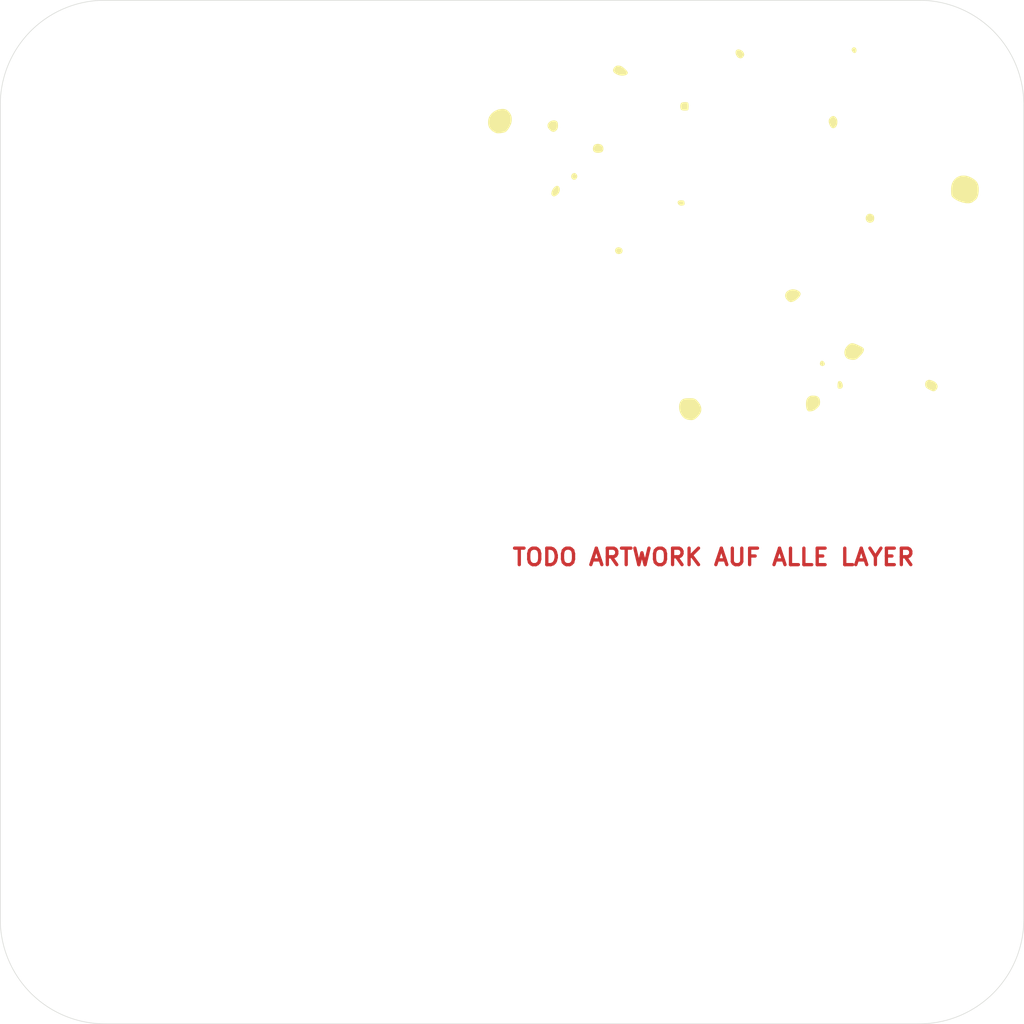
<source format=kicad_pcb>
(kicad_pcb (version 20171130) (host pcbnew 5.1.5+dfsg1-2build2)

  (general
    (thickness 1.6)
    (drawings 9)
    (tracks 0)
    (zones 0)
    (modules 3)
    (nets 1)
  )

  (page A4)
  (layers
    (0 F.Cu signal)
    (31 B.Cu signal)
    (32 B.Adhes user)
    (33 F.Adhes user)
    (34 B.Paste user)
    (35 F.Paste user)
    (36 B.SilkS user)
    (37 F.SilkS user)
    (38 B.Mask user)
    (39 F.Mask user)
    (40 Dwgs.User user)
    (41 Cmts.User user)
    (42 Eco1.User user)
    (43 Eco2.User user)
    (44 Edge.Cuts user)
    (45 Margin user)
    (46 B.CrtYd user)
    (47 F.CrtYd user)
    (48 B.Fab user)
    (49 F.Fab user)
  )

  (setup
    (last_trace_width 0.25)
    (trace_clearance 0.2)
    (zone_clearance 0.508)
    (zone_45_only no)
    (trace_min 0.2)
    (via_size 0.8)
    (via_drill 0.4)
    (via_min_size 0.4)
    (via_min_drill 0.3)
    (uvia_size 0.3)
    (uvia_drill 0.1)
    (uvias_allowed no)
    (uvia_min_size 0.2)
    (uvia_min_drill 0.1)
    (edge_width 0.05)
    (segment_width 0.2)
    (pcb_text_width 0.3)
    (pcb_text_size 1.5 1.5)
    (mod_edge_width 0.12)
    (mod_text_size 1 1)
    (mod_text_width 0.15)
    (pad_size 1.524 1.524)
    (pad_drill 0.762)
    (pad_to_mask_clearance 0.051)
    (solder_mask_min_width 0.25)
    (aux_axis_origin 0 0)
    (visible_elements FFFFFF7F)
    (pcbplotparams
      (layerselection 0x010fc_ffffffff)
      (usegerberextensions false)
      (usegerberattributes false)
      (usegerberadvancedattributes false)
      (creategerberjobfile false)
      (excludeedgelayer true)
      (linewidth 0.100000)
      (plotframeref false)
      (viasonmask false)
      (mode 1)
      (useauxorigin false)
      (hpglpennumber 1)
      (hpglpenspeed 20)
      (hpglpendiameter 15.000000)
      (psnegative false)
      (psa4output false)
      (plotreference true)
      (plotvalue true)
      (plotinvisibletext false)
      (padsonsilk false)
      (subtractmaskfromsilk false)
      (outputformat 1)
      (mirror false)
      (drillshape 1)
      (scaleselection 1)
      (outputdirectory ""))
  )

  (net 0 "")

  (net_class Default "This is the default net class."
    (clearance 0.2)
    (trace_width 0.25)
    (via_dia 0.8)
    (via_drill 0.4)
    (uvia_dia 0.3)
    (uvia_drill 0.1)
  )

  (module otter:stars_mask_kani_aji_ (layer F.Cu) (tedit 0) (tstamp 60A274F5)
    (at 116.6 71.2)
    (path /60A26B95)
    (fp_text reference FID3 (at 0 0) (layer F.SilkS) hide
      (effects (font (size 1.524 1.524) (thickness 0.3)))
    )
    (fp_text value Artwork_stars_mask (at 0.75 0) (layer F.SilkS) hide
      (effects (font (size 1.524 1.524) (thickness 0.3)))
    )
    (fp_poly (pts (xy 11.092872 -16.884909) (xy 11.108701 -16.869565) (xy 11.167701 -16.781489) (xy 11.194177 -16.683364)
      (xy 11.190561 -16.586137) (xy 11.159287 -16.500753) (xy 11.102787 -16.438157) (xy 11.023494 -16.409294)
      (xy 11.006219 -16.408527) (xy 10.955941 -16.424063) (xy 10.895693 -16.461697) (xy 10.890741 -16.465677)
      (xy 10.834179 -16.52861) (xy 10.786891 -16.607725) (xy 10.782311 -16.618284) (xy 10.758962 -16.685626)
      (xy 10.758829 -16.733723) (xy 10.781674 -16.788192) (xy 10.849031 -16.881751) (xy 10.927406 -16.930067)
      (xy 11.010714 -16.931624) (xy 11.092872 -16.884909)) (layer F.Mask) (width 0.01))
    (fp_poly (pts (xy 0.554985 -16.723504) (xy 0.654672 -16.685571) (xy 0.754559 -16.633806) (xy 0.835156 -16.577461)
      (xy 0.856037 -16.557465) (xy 0.907028 -16.486486) (xy 0.952766 -16.397346) (xy 0.983406 -16.311455)
      (xy 0.9906 -16.264836) (xy 0.973492 -16.18972) (xy 0.930255 -16.101661) (xy 0.873019 -16.021136)
      (xy 0.81577 -15.969696) (xy 0.703669 -15.930943) (xy 0.581255 -15.93321) (xy 0.467161 -15.975771)
      (xy 0.454606 -15.983758) (xy 0.3753 -16.058998) (xy 0.301741 -16.167074) (xy 0.244143 -16.290219)
      (xy 0.213901 -16.402401) (xy 0.214707 -16.527912) (xy 0.255141 -16.629692) (xy 0.330147 -16.701236)
      (xy 0.434669 -16.73604) (xy 0.474988 -16.738352) (xy 0.554985 -16.723504)) (layer F.Mask) (width 0.01))
    (fp_poly (pts (xy -10.305813 -15.25169) (xy -10.177309 -15.205567) (xy -10.160118 -15.197202) (xy -10.069468 -15.141794)
      (xy -9.964216 -15.061798) (xy -9.855471 -14.967487) (xy -9.754344 -14.869132) (xy -9.671944 -14.777008)
      (xy -9.619382 -14.701387) (xy -9.615446 -14.693571) (xy -9.590057 -14.630139) (xy -9.590131 -14.583439)
      (xy -9.611848 -14.53277) (xy -9.659796 -14.473997) (xy -9.730141 -14.421861) (xy -9.746132 -14.413521)
      (xy -9.850667 -14.380875) (xy -9.986022 -14.362609) (xy -10.134092 -14.359426) (xy -10.276773 -14.372029)
      (xy -10.360347 -14.389658) (xy -10.494905 -14.436606) (xy -10.628081 -14.499166) (xy -10.745911 -14.569533)
      (xy -10.83443 -14.639904) (xy -10.860871 -14.66935) (xy -10.912933 -14.770353) (xy -10.917391 -14.877392)
      (xy -10.874013 -14.994599) (xy -10.83945 -15.050843) (xy -10.741383 -15.165097) (xy -10.628993 -15.23417)
      (xy -10.492096 -15.263509) (xy -10.438434 -15.2654) (xy -10.305813 -15.25169)) (layer F.Mask) (width 0.01))
    (fp_poly (pts (xy -4.321239 -11.944684) (xy -4.212983 -11.929567) (xy -4.131538 -11.90066) (xy -4.097672 -11.872739)
      (xy -4.080385 -11.822228) (xy -4.068877 -11.735269) (xy -4.063094 -11.625881) (xy -4.062984 -11.50808)
      (xy -4.068496 -11.395883) (xy -4.079576 -11.303307) (xy -4.096173 -11.24437) (xy -4.100038 -11.238005)
      (xy -4.125791 -11.213363) (xy -4.166894 -11.197546) (xy -4.234582 -11.188142) (xy -4.340092 -11.182738)
      (xy -4.360388 -11.182108) (xy -4.518513 -11.183637) (xy -4.62827 -11.198983) (xy -4.662904 -11.210804)
      (xy -4.741077 -11.273151) (xy -4.790644 -11.376919) (xy -4.811748 -11.522451) (xy -4.812581 -11.5697)
      (xy -4.799726 -11.694295) (xy -4.765603 -11.799654) (xy -4.715034 -11.87418) (xy -4.674945 -11.90086)
      (xy -4.565413 -11.930973) (xy -4.443113 -11.945367) (xy -4.321239 -11.944684)) (layer F.Mask) (width 0.01))
    (fp_poly (pts (xy 9.163735 -10.670452) (xy 9.265589 -10.606951) (xy 9.331444 -10.534565) (xy 9.397741 -10.431197)
      (xy 9.436277 -10.323854) (xy 9.452767 -10.193825) (xy 9.454466 -10.131866) (xy 9.440472 -9.973223)
      (xy 9.399204 -9.835096) (xy 9.335826 -9.722012) (xy 9.255503 -9.638497) (xy 9.163398 -9.589078)
      (xy 9.064677 -9.578282) (xy 8.964504 -9.610636) (xy 8.906791 -9.651816) (xy 8.823488 -9.751679)
      (xy 8.751509 -9.890769) (xy 8.696348 -10.057845) (xy 8.685361 -10.104843) (xy 8.672377 -10.256842)
      (xy 8.704941 -10.390899) (xy 8.785259 -10.514028) (xy 8.828044 -10.558723) (xy 8.943949 -10.646387)
      (xy 9.056184 -10.683614) (xy 9.163735 -10.670452)) (layer F.Mask) (width 0.01))
    (fp_poly (pts (xy -16.243534 -10.281725) (xy -16.12338 -10.257794) (xy -16.034648 -10.205659) (xy -15.974306 -10.120753)
      (xy -15.93932 -9.99851) (xy -15.926658 -9.834364) (xy -15.9265 -9.8044) (xy -15.945444 -9.635338)
      (xy -15.998627 -9.489543) (xy -16.081927 -9.37375) (xy -16.19122 -9.294694) (xy -16.252786 -9.27147)
      (xy -16.322917 -9.25351) (xy -16.373646 -9.24934) (xy -16.424191 -9.261665) (xy -16.49377 -9.293191)
      (xy -16.528086 -9.310213) (xy -16.641568 -9.389306) (xy -16.746027 -9.502365) (xy -16.828002 -9.632752)
      (xy -16.865273 -9.727057) (xy -16.875976 -9.853035) (xy -16.837712 -9.978589) (xy -16.752125 -10.098969)
      (xy -16.727654 -10.123763) (xy -16.592918 -10.221421) (xy -16.437245 -10.274105) (xy -16.257656 -10.282788)
      (xy -16.243534 -10.281725)) (layer F.Mask) (width 0.01))
    (fp_poly (pts (xy -20.755495 -11.307023) (xy -20.624437 -11.257575) (xy -20.50357 -11.172916) (xy -20.38083 -11.048214)
      (xy -20.361001 -11.025154) (xy -20.250619 -10.874246) (xy -20.179257 -10.722024) (xy -20.141605 -10.553418)
      (xy -20.132146 -10.3759) (xy -20.139143 -10.221263) (xy -20.161925 -10.083742) (xy -20.204954 -9.948521)
      (xy -20.272696 -9.800783) (xy -20.345682 -9.667117) (xy -20.461538 -9.48165) (xy -20.569899 -9.342959)
      (xy -20.669715 -9.252317) (xy -20.705304 -9.230675) (xy -20.793731 -9.197278) (xy -20.917641 -9.166696)
      (xy -21.061716 -9.141606) (xy -21.210639 -9.124683) (xy -21.346878 -9.1186) (xy -21.460167 -9.122696)
      (xy -21.54881 -9.138928) (xy -21.63858 -9.173218) (xy -21.687813 -9.196918) (xy -21.854566 -9.298562)
      (xy -22.004811 -9.424968) (xy -22.126265 -9.564563) (xy -22.191168 -9.67115) (xy -22.247823 -9.836066)
      (xy -22.274122 -10.026181) (xy -22.270812 -10.226528) (xy -22.238638 -10.42214) (xy -22.178346 -10.598047)
      (xy -22.141512 -10.668) (xy -21.988243 -10.874562) (xy -21.800736 -11.046976) (xy -21.585362 -11.181268)
      (xy -21.348495 -11.273467) (xy -21.096506 -11.319599) (xy -21.096438 -11.319605) (xy -20.908808 -11.32609)
      (xy -20.755495 -11.307023)) (layer F.Mask) (width 0.01))
    (fp_poly (pts (xy -12.252286 -8.146845) (xy -12.087848 -8.115968) (xy -11.960608 -8.052115) (xy -11.881819 -7.973635)
      (xy -11.825713 -7.863135) (xy -11.802475 -7.736902) (xy -11.811915 -7.610587) (xy -11.853845 -7.499838)
      (xy -11.888112 -7.45393) (xy -11.963285 -7.403909) (xy -12.073845 -7.367647) (xy -12.205734 -7.347259)
      (xy -12.34489 -7.344865) (xy -12.477253 -7.362579) (xy -12.4841 -7.36419) (xy -12.608986 -7.411618)
      (xy -12.692651 -7.486106) (xy -12.738491 -7.592117) (xy -12.750243 -7.713989) (xy -12.729961 -7.871136)
      (xy -12.671948 -7.994839) (xy -12.578073 -8.083473) (xy -12.450205 -8.135415) (xy -12.290212 -8.149038)
      (xy -12.252286 -8.146845)) (layer F.Mask) (width 0.01))
    (fp_poly (pts (xy -14.329608 -5.472245) (xy -14.247281 -5.392492) (xy -14.210793 -5.333019) (xy -14.177474 -5.237185)
      (xy -14.184156 -5.142992) (xy -14.213489 -5.066277) (xy -14.282087 -4.96789) (xy -14.371002 -4.909577)
      (xy -14.47165 -4.895238) (xy -14.54735 -4.914667) (xy -14.643363 -4.980581) (xy -14.703687 -5.072767)
      (xy -14.726694 -5.179806) (xy -14.710757 -5.29028) (xy -14.654248 -5.392773) (xy -14.620576 -5.428378)
      (xy -14.522155 -5.491561) (xy -14.423199 -5.505726) (xy -14.329608 -5.472245)) (layer F.Mask) (width 0.01))
    (fp_poly (pts (xy -15.92411 -4.3173) (xy -15.84654 -4.25938) (xy -15.793791 -4.166689) (xy -15.767909 -4.049864)
      (xy -15.770943 -3.919545) (xy -15.804941 -3.78637) (xy -15.816503 -3.758367) (xy -15.882161 -3.650529)
      (xy -15.975223 -3.549102) (xy -16.083451 -3.463599) (xy -16.194604 -3.403535) (xy -16.296442 -3.378423)
      (xy -16.305584 -3.3782) (xy -16.355665 -3.394453) (xy -16.419047 -3.435112) (xy -16.43975 -3.452363)
      (xy -16.489177 -3.502298) (xy -16.513488 -3.550526) (xy -16.520914 -3.618294) (xy -16.520926 -3.661913)
      (xy -16.496127 -3.816412) (xy -16.429955 -3.974688) (xy -16.32892 -4.123549) (xy -16.253731 -4.203366)
      (xy -16.151805 -4.287089) (xy -16.064901 -4.329735) (xy -15.983375 -4.334637) (xy -15.92411 -4.3173)) (layer F.Mask) (width 0.01))
    (fp_poly (pts (xy 21.148702 -5.253237) (xy 21.389475 -5.188591) (xy 21.631388 -5.081147) (xy 21.838877 -4.953139)
      (xy 22.007189 -4.81996) (xy 22.13117 -4.683677) (xy 22.216483 -4.533896) (xy 22.268794 -4.36022)
      (xy 22.293765 -4.152252) (xy 22.295614 -4.1148) (xy 22.294323 -3.859417) (xy 22.269542 -3.626028)
      (xy 22.222728 -3.421171) (xy 22.155334 -3.251382) (xy 22.076932 -3.132376) (xy 22.016707 -3.073478)
      (xy 21.930754 -3.00283) (xy 21.832568 -2.930098) (xy 21.735645 -2.864952) (xy 21.653478 -2.817059)
      (xy 21.611279 -2.798762) (xy 21.41163 -2.762118) (xy 21.180775 -2.765204) (xy 21.1201 -2.771947)
      (xy 20.799927 -2.835497) (xy 20.498236 -2.940111) (xy 20.222419 -3.082779) (xy 20.037325 -3.21267)
      (xy 19.949137 -3.288504) (xy 19.885531 -3.360753) (xy 19.842246 -3.440209) (xy 19.815025 -3.537667)
      (xy 19.799606 -3.66392) (xy 19.791731 -3.829761) (xy 19.791569 -3.8354) (xy 19.794927 -4.108928)
      (xy 19.823203 -4.344202) (xy 19.878509 -4.548367) (xy 19.96296 -4.728565) (xy 20.07867 -4.891937)
      (xy 20.117328 -4.936043) (xy 20.285806 -5.084724) (xy 20.477622 -5.190829) (xy 20.688336 -5.254311)
      (xy 20.91351 -5.275129) (xy 21.148702 -5.253237)) (layer F.Mask) (width 0.01))
    (fp_poly (pts (xy -4.605488 -3.017695) (xy -4.522571 -2.998248) (xy -4.471575 -2.957163) (xy -4.443337 -2.887342)
      (xy -4.429453 -2.790272) (xy -4.425735 -2.69012) (xy -4.441709 -2.627123) (xy -4.484435 -2.589231)
      (xy -4.560974 -2.564393) (xy -4.561935 -2.56417) (xy -4.699289 -2.542871) (xy -4.807301 -2.551916)
      (xy -4.8895 -2.586779) (xy -4.974636 -2.649666) (xy -5.023013 -2.718212) (xy -5.04615 -2.802568)
      (xy -5.048669 -2.87404) (xy -5.021023 -2.929177) (xy -4.995276 -2.957234) (xy -4.957096 -2.990525)
      (xy -4.915581 -3.01014) (xy -4.85635 -3.019619) (xy -4.765023 -3.022496) (xy -4.729492 -3.0226)
      (xy -4.605488 -3.017695)) (layer F.Mask) (width 0.01))
    (fp_poly (pts (xy 12.567007 -1.769797) (xy 12.672363 -1.714525) (xy 12.748999 -1.635508) (xy 12.763089 -1.610178)
      (xy 12.792472 -1.505975) (xy 12.799783 -1.379833) (xy 12.785241 -1.255461) (xy 12.759076 -1.175367)
      (xy 12.692157 -1.089306) (xy 12.593303 -1.028739) (xy 12.476226 -0.996869) (xy 12.35464 -0.996898)
      (xy 12.242257 -1.032028) (xy 12.214806 -1.048257) (xy 12.119189 -1.139989) (xy 12.060264 -1.25539)
      (xy 12.037893 -1.383258) (xy 12.051938 -1.512389) (xy 12.10226 -1.63158) (xy 12.188722 -1.729628)
      (xy 12.223517 -1.754405) (xy 12.328093 -1.79361) (xy 12.44742 -1.79745) (xy 12.567007 -1.769797)) (layer F.Mask) (width 0.01))
    (fp_poly (pts (xy -10.275098 1.270764) (xy -10.252349 1.279622) (xy -10.148031 1.347325) (xy -10.082535 1.441549)
      (xy -10.059439 1.552562) (xy -10.082317 1.67063) (xy -10.09693 1.702631) (xy -10.168263 1.787097)
      (xy -10.276679 1.837865) (xy -10.415279 1.8542) (xy -10.500565 1.849545) (xy -10.559455 1.829301)
      (xy -10.615979 1.784045) (xy -10.630437 1.769843) (xy -10.705356 1.667395) (xy -10.735595 1.562672)
      (xy -10.726446 1.462533) (xy -10.683201 1.373841) (xy -10.611152 1.303457) (xy -10.51559 1.258242)
      (xy -10.401809 1.245057) (xy -10.275098 1.270764)) (layer F.Mask) (width 0.01))
    (fp_poly (pts (xy 5.534646 5.066375) (xy 5.73524 5.116714) (xy 5.922503 5.210576) (xy 6.032897 5.296538)
      (xy 6.097947 5.387314) (xy 6.117305 5.485443) (xy 6.090626 5.593462) (xy 6.017562 5.71391)
      (xy 5.897769 5.849325) (xy 5.825944 5.9182) (xy 5.667768 6.046302) (xy 5.510522 6.140654)
      (xy 5.360502 6.198828) (xy 5.224003 6.218395) (xy 5.107318 6.196928) (xy 5.1054 6.196135)
      (xy 5.032919 6.151146) (xy 4.947594 6.076935) (xy 4.863252 5.987513) (xy 4.793723 5.896892)
      (xy 4.768407 5.8547) (xy 4.720014 5.711789) (xy 4.718145 5.56519) (xy 4.760202 5.424153)
      (xy 4.843585 5.297933) (xy 4.950808 5.205317) (xy 5.137091 5.110648) (xy 5.333483 5.064344)
      (xy 5.534646 5.066375)) (layer F.Mask) (width 0.01))
    (fp_poly (pts (xy 10.897941 9.969913) (xy 11.029132 10.007279) (xy 11.18694 10.065941) (xy 11.363223 10.142939)
      (xy 11.50751 10.213413) (xy 11.643875 10.285073) (xy 11.740462 10.342331) (xy 11.803909 10.391431)
      (xy 11.840851 10.438617) (xy 11.857928 10.490131) (xy 11.8618 10.54667) (xy 11.849848 10.646773)
      (xy 11.811358 10.749669) (xy 11.742376 10.861856) (xy 11.638951 10.989828) (xy 11.506497 11.130621)
      (xy 11.36828 11.263893) (xy 11.249407 11.360103) (xy 11.139632 11.423483) (xy 11.028709 11.458262)
      (xy 10.906391 11.46867) (xy 10.762432 11.458939) (xy 10.723198 11.454034) (xy 10.539984 11.419314)
      (xy 10.398192 11.366854) (xy 10.290098 11.29177) (xy 10.207978 11.189178) (xy 10.162231 11.099358)
      (xy 10.107114 10.911759) (xy 10.102382 10.724078) (xy 10.147649 10.538047) (xy 10.242534 10.355399)
      (xy 10.359895 10.2063) (xy 10.497259 10.079058) (xy 10.634791 9.995585) (xy 10.767831 9.958513)
      (xy 10.801505 9.9568) (xy 10.897941 9.969913)) (layer F.Mask) (width 0.01))
    (fp_poly (pts (xy 8.139923 11.57779) (xy 8.208959 11.630922) (xy 8.269753 11.70254) (xy 8.305663 11.772487)
      (xy 8.318657 11.866773) (xy 8.286482 11.940101) (xy 8.207332 11.996093) (xy 8.190271 12.00365)
      (xy 8.123642 12.029539) (xy 8.078276 12.035517) (xy 8.028685 12.021545) (xy 7.985751 12.00333)
      (xy 7.91764 11.9605) (xy 7.883185 11.898621) (xy 7.874 11.807661) (xy 7.892516 11.696929)
      (xy 7.943691 11.613502) (xy 8.020965 11.565467) (xy 8.077328 11.557) (xy 8.139923 11.57779)) (layer F.Mask) (width 0.01))
    (fp_poly (pts (xy 9.74565 13.410288) (xy 9.828869 13.481899) (xy 9.877505 13.558928) (xy 9.930503 13.697536)
      (xy 9.947873 13.825311) (xy 9.930549 13.934734) (xy 9.879465 14.018286) (xy 9.815134 14.061358)
      (xy 9.695861 14.092835) (xy 9.589254 14.079426) (xy 9.556197 14.065753) (xy 9.514505 14.034908)
      (xy 9.488521 13.984864) (xy 9.476274 13.906771) (xy 9.475788 13.791777) (xy 9.479181 13.7204)
      (xy 9.496914 13.569763) (xy 9.530702 13.465352) (xy 9.581741 13.404819) (xy 9.649269 13.3858)
      (xy 9.74565 13.410288)) (layer F.Mask) (width 0.01))
    (fp_poly (pts (xy 17.843967 13.295054) (xy 17.930482 13.313915) (xy 17.951766 13.319112) (xy 18.137669 13.381148)
      (xy 18.294494 13.466171) (xy 18.41865 13.569444) (xy 18.50654 13.686233) (xy 18.554572 13.811801)
      (xy 18.559151 13.941414) (xy 18.518811 14.066261) (xy 18.433383 14.198627) (xy 18.337626 14.282114)
      (xy 18.229121 14.318023) (xy 18.105448 14.307655) (xy 18.082052 14.301177) (xy 17.994791 14.267376)
      (xy 17.887189 14.215141) (xy 17.772899 14.152338) (xy 17.665577 14.086834) (xy 17.578876 14.026493)
      (xy 17.529587 13.982904) (xy 17.464972 13.8733) (xy 17.435521 13.739498) (xy 17.444347 13.596715)
      (xy 17.447561 13.582076) (xy 17.489175 13.463789) (xy 17.554497 13.382357) (xy 17.653593 13.3257)
      (xy 17.664961 13.321231) (xy 17.730322 13.298571) (xy 17.783619 13.289892) (xy 17.843967 13.295054)) (layer F.Mask) (width 0.01))
    (fp_poly (pts (xy 7.445517 14.733757) (xy 7.587285 14.768183) (xy 7.697371 14.829336) (xy 7.783441 14.920962)
      (xy 7.830173 14.9987) (xy 7.864558 15.102663) (xy 7.881658 15.235011) (xy 7.881155 15.376244)
      (xy 7.862728 15.506863) (xy 7.839694 15.579913) (xy 7.788095 15.664638) (xy 7.704055 15.763867)
      (xy 7.599114 15.866685) (xy 7.484812 15.962175) (xy 7.372691 16.039422) (xy 7.327066 16.064796)
      (xy 7.204963 16.112523) (xy 7.071624 16.14208) (xy 6.943834 16.151347) (xy 6.838377 16.138205)
      (xy 6.81371 16.12962) (xy 6.74502 16.074471) (xy 6.68797 15.976823) (xy 6.644564 15.844057)
      (xy 6.616804 15.683552) (xy 6.606693 15.502688) (xy 6.610357 15.380486) (xy 6.635912 15.186592)
      (xy 6.687959 15.031419) (xy 6.770216 14.908279) (xy 6.886399 14.810485) (xy 6.9469 14.774993)
      (xy 7.013034 14.746168) (xy 7.087086 14.729701) (xy 7.18537 14.722886) (xy 7.2644 14.722313)
      (xy 7.445517 14.733757)) (layer F.Mask) (width 0.01))
    (fp_poly (pts (xy -3.796965 14.963106) (xy -3.663624 14.972727) (xy -3.559923 14.992617) (xy -3.475357 15.025929)
      (xy -3.399423 15.075815) (xy -3.321619 15.14543) (xy -3.307173 15.159731) (xy -3.133959 15.357556)
      (xy -3.008333 15.556134) (xy -2.93081 15.753631) (xy -2.901904 15.948214) (xy -2.922129 16.138051)
      (xy -2.985195 16.30817) (xy -3.055119 16.419289) (xy -3.154934 16.543706) (xy -3.271542 16.667655)
      (xy -3.391845 16.777366) (xy -3.502745 16.859071) (xy -3.5179 16.868142) (xy -3.593923 16.907689)
      (xy -3.66261 16.929687) (xy -3.744546 16.938786) (xy -3.8354 16.93989) (xy -3.953663 16.933799)
      (xy -4.074401 16.919319) (xy -4.163534 16.901452) (xy -4.323167 16.843356) (xy -4.461631 16.75727)
      (xy -4.589052 16.635486) (xy -4.699728 16.493178) (xy -4.80452 16.310738) (xy -4.876804 16.114493)
      (xy -4.916829 15.912304) (xy -4.924846 15.712033) (xy -4.901102 15.521542) (xy -4.845846 15.348693)
      (xy -4.759327 15.201348) (xy -4.655553 15.097513) (xy -4.574023 15.045363) (xy -4.480419 15.007403)
      (xy -4.365872 14.981862) (xy -4.221516 14.966965) (xy -4.038481 14.960942) (xy -3.970447 14.9606)
      (xy -3.796965 14.963106)) (layer F.Mask) (width 0.01))
  )

  (module otter:stars_kani_aji_ (layer F.Cu) (tedit 0) (tstamp 60A26AAC)
    (at 116.6 71.2)
    (path /60A26521)
    (fp_text reference FID2 (at 0 0) (layer F.SilkS) hide
      (effects (font (size 1.524 1.524) (thickness 0.3)))
    )
    (fp_text value Artwork_stars (at 0.75 0) (layer F.SilkS) hide
      (effects (font (size 1.524 1.524) (thickness 0.3)))
    )
    (fp_poly (pts (xy 11.092872 -16.884909) (xy 11.108701 -16.869565) (xy 11.167701 -16.781489) (xy 11.194177 -16.683364)
      (xy 11.190561 -16.586137) (xy 11.159287 -16.500753) (xy 11.102787 -16.438157) (xy 11.023494 -16.409294)
      (xy 11.006219 -16.408527) (xy 10.955941 -16.424063) (xy 10.895693 -16.461697) (xy 10.890741 -16.465677)
      (xy 10.834179 -16.52861) (xy 10.786891 -16.607725) (xy 10.782311 -16.618284) (xy 10.758962 -16.685626)
      (xy 10.758829 -16.733723) (xy 10.781674 -16.788192) (xy 10.849031 -16.881751) (xy 10.927406 -16.930067)
      (xy 11.010714 -16.931624) (xy 11.092872 -16.884909)) (layer F.SilkS) (width 0.01))
    (fp_poly (pts (xy 0.554985 -16.723504) (xy 0.654672 -16.685571) (xy 0.754559 -16.633806) (xy 0.835156 -16.577461)
      (xy 0.856037 -16.557465) (xy 0.907028 -16.486486) (xy 0.952766 -16.397346) (xy 0.983406 -16.311455)
      (xy 0.9906 -16.264836) (xy 0.973492 -16.18972) (xy 0.930255 -16.101661) (xy 0.873019 -16.021136)
      (xy 0.81577 -15.969696) (xy 0.703669 -15.930943) (xy 0.581255 -15.93321) (xy 0.467161 -15.975771)
      (xy 0.454606 -15.983758) (xy 0.3753 -16.058998) (xy 0.301741 -16.167074) (xy 0.244143 -16.290219)
      (xy 0.213901 -16.402401) (xy 0.214707 -16.527912) (xy 0.255141 -16.629692) (xy 0.330147 -16.701236)
      (xy 0.434669 -16.73604) (xy 0.474988 -16.738352) (xy 0.554985 -16.723504)) (layer F.SilkS) (width 0.01))
    (fp_poly (pts (xy -10.305813 -15.25169) (xy -10.177309 -15.205567) (xy -10.160118 -15.197202) (xy -10.069468 -15.141794)
      (xy -9.964216 -15.061798) (xy -9.855471 -14.967487) (xy -9.754344 -14.869132) (xy -9.671944 -14.777008)
      (xy -9.619382 -14.701387) (xy -9.615446 -14.693571) (xy -9.590057 -14.630139) (xy -9.590131 -14.583439)
      (xy -9.611848 -14.53277) (xy -9.659796 -14.473997) (xy -9.730141 -14.421861) (xy -9.746132 -14.413521)
      (xy -9.850667 -14.380875) (xy -9.986022 -14.362609) (xy -10.134092 -14.359426) (xy -10.276773 -14.372029)
      (xy -10.360347 -14.389658) (xy -10.494905 -14.436606) (xy -10.628081 -14.499166) (xy -10.745911 -14.569533)
      (xy -10.83443 -14.639904) (xy -10.860871 -14.66935) (xy -10.912933 -14.770353) (xy -10.917391 -14.877392)
      (xy -10.874013 -14.994599) (xy -10.83945 -15.050843) (xy -10.741383 -15.165097) (xy -10.628993 -15.23417)
      (xy -10.492096 -15.263509) (xy -10.438434 -15.2654) (xy -10.305813 -15.25169)) (layer F.SilkS) (width 0.01))
    (fp_poly (pts (xy -4.321239 -11.944684) (xy -4.212983 -11.929567) (xy -4.131538 -11.90066) (xy -4.097672 -11.872739)
      (xy -4.080385 -11.822228) (xy -4.068877 -11.735269) (xy -4.063094 -11.625881) (xy -4.062984 -11.50808)
      (xy -4.068496 -11.395883) (xy -4.079576 -11.303307) (xy -4.096173 -11.24437) (xy -4.100038 -11.238005)
      (xy -4.125791 -11.213363) (xy -4.166894 -11.197546) (xy -4.234582 -11.188142) (xy -4.340092 -11.182738)
      (xy -4.360388 -11.182108) (xy -4.518513 -11.183637) (xy -4.62827 -11.198983) (xy -4.662904 -11.210804)
      (xy -4.741077 -11.273151) (xy -4.790644 -11.376919) (xy -4.811748 -11.522451) (xy -4.812581 -11.5697)
      (xy -4.799726 -11.694295) (xy -4.765603 -11.799654) (xy -4.715034 -11.87418) (xy -4.674945 -11.90086)
      (xy -4.565413 -11.930973) (xy -4.443113 -11.945367) (xy -4.321239 -11.944684)) (layer F.SilkS) (width 0.01))
    (fp_poly (pts (xy 9.163735 -10.670452) (xy 9.265589 -10.606951) (xy 9.331444 -10.534565) (xy 9.397741 -10.431197)
      (xy 9.436277 -10.323854) (xy 9.452767 -10.193825) (xy 9.454466 -10.131866) (xy 9.440472 -9.973223)
      (xy 9.399204 -9.835096) (xy 9.335826 -9.722012) (xy 9.255503 -9.638497) (xy 9.163398 -9.589078)
      (xy 9.064677 -9.578282) (xy 8.964504 -9.610636) (xy 8.906791 -9.651816) (xy 8.823488 -9.751679)
      (xy 8.751509 -9.890769) (xy 8.696348 -10.057845) (xy 8.685361 -10.104843) (xy 8.672377 -10.256842)
      (xy 8.704941 -10.390899) (xy 8.785259 -10.514028) (xy 8.828044 -10.558723) (xy 8.943949 -10.646387)
      (xy 9.056184 -10.683614) (xy 9.163735 -10.670452)) (layer F.SilkS) (width 0.01))
    (fp_poly (pts (xy -16.243534 -10.281725) (xy -16.12338 -10.257794) (xy -16.034648 -10.205659) (xy -15.974306 -10.120753)
      (xy -15.93932 -9.99851) (xy -15.926658 -9.834364) (xy -15.9265 -9.8044) (xy -15.945444 -9.635338)
      (xy -15.998627 -9.489543) (xy -16.081927 -9.37375) (xy -16.19122 -9.294694) (xy -16.252786 -9.27147)
      (xy -16.322917 -9.25351) (xy -16.373646 -9.24934) (xy -16.424191 -9.261665) (xy -16.49377 -9.293191)
      (xy -16.528086 -9.310213) (xy -16.641568 -9.389306) (xy -16.746027 -9.502365) (xy -16.828002 -9.632752)
      (xy -16.865273 -9.727057) (xy -16.875976 -9.853035) (xy -16.837712 -9.978589) (xy -16.752125 -10.098969)
      (xy -16.727654 -10.123763) (xy -16.592918 -10.221421) (xy -16.437245 -10.274105) (xy -16.257656 -10.282788)
      (xy -16.243534 -10.281725)) (layer F.SilkS) (width 0.01))
    (fp_poly (pts (xy -20.755495 -11.307023) (xy -20.624437 -11.257575) (xy -20.50357 -11.172916) (xy -20.38083 -11.048214)
      (xy -20.361001 -11.025154) (xy -20.250619 -10.874246) (xy -20.179257 -10.722024) (xy -20.141605 -10.553418)
      (xy -20.132146 -10.3759) (xy -20.139143 -10.221263) (xy -20.161925 -10.083742) (xy -20.204954 -9.948521)
      (xy -20.272696 -9.800783) (xy -20.345682 -9.667117) (xy -20.461538 -9.48165) (xy -20.569899 -9.342959)
      (xy -20.669715 -9.252317) (xy -20.705304 -9.230675) (xy -20.793731 -9.197278) (xy -20.917641 -9.166696)
      (xy -21.061716 -9.141606) (xy -21.210639 -9.124683) (xy -21.346878 -9.1186) (xy -21.460167 -9.122696)
      (xy -21.54881 -9.138928) (xy -21.63858 -9.173218) (xy -21.687813 -9.196918) (xy -21.854566 -9.298562)
      (xy -22.004811 -9.424968) (xy -22.126265 -9.564563) (xy -22.191168 -9.67115) (xy -22.247823 -9.836066)
      (xy -22.274122 -10.026181) (xy -22.270812 -10.226528) (xy -22.238638 -10.42214) (xy -22.178346 -10.598047)
      (xy -22.141512 -10.668) (xy -21.988243 -10.874562) (xy -21.800736 -11.046976) (xy -21.585362 -11.181268)
      (xy -21.348495 -11.273467) (xy -21.096506 -11.319599) (xy -21.096438 -11.319605) (xy -20.908808 -11.32609)
      (xy -20.755495 -11.307023)) (layer F.SilkS) (width 0.01))
    (fp_poly (pts (xy -12.252286 -8.146845) (xy -12.087848 -8.115968) (xy -11.960608 -8.052115) (xy -11.881819 -7.973635)
      (xy -11.825713 -7.863135) (xy -11.802475 -7.736902) (xy -11.811915 -7.610587) (xy -11.853845 -7.499838)
      (xy -11.888112 -7.45393) (xy -11.963285 -7.403909) (xy -12.073845 -7.367647) (xy -12.205734 -7.347259)
      (xy -12.34489 -7.344865) (xy -12.477253 -7.362579) (xy -12.4841 -7.36419) (xy -12.608986 -7.411618)
      (xy -12.692651 -7.486106) (xy -12.738491 -7.592117) (xy -12.750243 -7.713989) (xy -12.729961 -7.871136)
      (xy -12.671948 -7.994839) (xy -12.578073 -8.083473) (xy -12.450205 -8.135415) (xy -12.290212 -8.149038)
      (xy -12.252286 -8.146845)) (layer F.SilkS) (width 0.01))
    (fp_poly (pts (xy -14.329608 -5.472245) (xy -14.247281 -5.392492) (xy -14.210793 -5.333019) (xy -14.177474 -5.237185)
      (xy -14.184156 -5.142992) (xy -14.213489 -5.066277) (xy -14.282087 -4.96789) (xy -14.371002 -4.909577)
      (xy -14.47165 -4.895238) (xy -14.54735 -4.914667) (xy -14.643363 -4.980581) (xy -14.703687 -5.072767)
      (xy -14.726694 -5.179806) (xy -14.710757 -5.29028) (xy -14.654248 -5.392773) (xy -14.620576 -5.428378)
      (xy -14.522155 -5.491561) (xy -14.423199 -5.505726) (xy -14.329608 -5.472245)) (layer F.SilkS) (width 0.01))
    (fp_poly (pts (xy -15.92411 -4.3173) (xy -15.84654 -4.25938) (xy -15.793791 -4.166689) (xy -15.767909 -4.049864)
      (xy -15.770943 -3.919545) (xy -15.804941 -3.78637) (xy -15.816503 -3.758367) (xy -15.882161 -3.650529)
      (xy -15.975223 -3.549102) (xy -16.083451 -3.463599) (xy -16.194604 -3.403535) (xy -16.296442 -3.378423)
      (xy -16.305584 -3.3782) (xy -16.355665 -3.394453) (xy -16.419047 -3.435112) (xy -16.43975 -3.452363)
      (xy -16.489177 -3.502298) (xy -16.513488 -3.550526) (xy -16.520914 -3.618294) (xy -16.520926 -3.661913)
      (xy -16.496127 -3.816412) (xy -16.429955 -3.974688) (xy -16.32892 -4.123549) (xy -16.253731 -4.203366)
      (xy -16.151805 -4.287089) (xy -16.064901 -4.329735) (xy -15.983375 -4.334637) (xy -15.92411 -4.3173)) (layer F.SilkS) (width 0.01))
    (fp_poly (pts (xy 21.148702 -5.253237) (xy 21.389475 -5.188591) (xy 21.631388 -5.081147) (xy 21.838877 -4.953139)
      (xy 22.007189 -4.81996) (xy 22.13117 -4.683677) (xy 22.216483 -4.533896) (xy 22.268794 -4.36022)
      (xy 22.293765 -4.152252) (xy 22.295614 -4.1148) (xy 22.294323 -3.859417) (xy 22.269542 -3.626028)
      (xy 22.222728 -3.421171) (xy 22.155334 -3.251382) (xy 22.076932 -3.132376) (xy 22.016707 -3.073478)
      (xy 21.930754 -3.00283) (xy 21.832568 -2.930098) (xy 21.735645 -2.864952) (xy 21.653478 -2.817059)
      (xy 21.611279 -2.798762) (xy 21.41163 -2.762118) (xy 21.180775 -2.765204) (xy 21.1201 -2.771947)
      (xy 20.799927 -2.835497) (xy 20.498236 -2.940111) (xy 20.222419 -3.082779) (xy 20.037325 -3.21267)
      (xy 19.949137 -3.288504) (xy 19.885531 -3.360753) (xy 19.842246 -3.440209) (xy 19.815025 -3.537667)
      (xy 19.799606 -3.66392) (xy 19.791731 -3.829761) (xy 19.791569 -3.8354) (xy 19.794927 -4.108928)
      (xy 19.823203 -4.344202) (xy 19.878509 -4.548367) (xy 19.96296 -4.728565) (xy 20.07867 -4.891937)
      (xy 20.117328 -4.936043) (xy 20.285806 -5.084724) (xy 20.477622 -5.190829) (xy 20.688336 -5.254311)
      (xy 20.91351 -5.275129) (xy 21.148702 -5.253237)) (layer F.SilkS) (width 0.01))
    (fp_poly (pts (xy -4.605488 -3.017695) (xy -4.522571 -2.998248) (xy -4.471575 -2.957163) (xy -4.443337 -2.887342)
      (xy -4.429453 -2.790272) (xy -4.425735 -2.69012) (xy -4.441709 -2.627123) (xy -4.484435 -2.589231)
      (xy -4.560974 -2.564393) (xy -4.561935 -2.56417) (xy -4.699289 -2.542871) (xy -4.807301 -2.551916)
      (xy -4.8895 -2.586779) (xy -4.974636 -2.649666) (xy -5.023013 -2.718212) (xy -5.04615 -2.802568)
      (xy -5.048669 -2.87404) (xy -5.021023 -2.929177) (xy -4.995276 -2.957234) (xy -4.957096 -2.990525)
      (xy -4.915581 -3.01014) (xy -4.85635 -3.019619) (xy -4.765023 -3.022496) (xy -4.729492 -3.0226)
      (xy -4.605488 -3.017695)) (layer F.SilkS) (width 0.01))
    (fp_poly (pts (xy 12.567007 -1.769797) (xy 12.672363 -1.714525) (xy 12.748999 -1.635508) (xy 12.763089 -1.610178)
      (xy 12.792472 -1.505975) (xy 12.799783 -1.379833) (xy 12.785241 -1.255461) (xy 12.759076 -1.175367)
      (xy 12.692157 -1.089306) (xy 12.593303 -1.028739) (xy 12.476226 -0.996869) (xy 12.35464 -0.996898)
      (xy 12.242257 -1.032028) (xy 12.214806 -1.048257) (xy 12.119189 -1.139989) (xy 12.060264 -1.25539)
      (xy 12.037893 -1.383258) (xy 12.051938 -1.512389) (xy 12.10226 -1.63158) (xy 12.188722 -1.729628)
      (xy 12.223517 -1.754405) (xy 12.328093 -1.79361) (xy 12.44742 -1.79745) (xy 12.567007 -1.769797)) (layer F.SilkS) (width 0.01))
    (fp_poly (pts (xy -10.275098 1.270764) (xy -10.252349 1.279622) (xy -10.148031 1.347325) (xy -10.082535 1.441549)
      (xy -10.059439 1.552562) (xy -10.082317 1.67063) (xy -10.09693 1.702631) (xy -10.168263 1.787097)
      (xy -10.276679 1.837865) (xy -10.415279 1.8542) (xy -10.500565 1.849545) (xy -10.559455 1.829301)
      (xy -10.615979 1.784045) (xy -10.630437 1.769843) (xy -10.705356 1.667395) (xy -10.735595 1.562672)
      (xy -10.726446 1.462533) (xy -10.683201 1.373841) (xy -10.611152 1.303457) (xy -10.51559 1.258242)
      (xy -10.401809 1.245057) (xy -10.275098 1.270764)) (layer F.SilkS) (width 0.01))
    (fp_poly (pts (xy 5.534646 5.066375) (xy 5.73524 5.116714) (xy 5.922503 5.210576) (xy 6.032897 5.296538)
      (xy 6.097947 5.387314) (xy 6.117305 5.485443) (xy 6.090626 5.593462) (xy 6.017562 5.71391)
      (xy 5.897769 5.849325) (xy 5.825944 5.9182) (xy 5.667768 6.046302) (xy 5.510522 6.140654)
      (xy 5.360502 6.198828) (xy 5.224003 6.218395) (xy 5.107318 6.196928) (xy 5.1054 6.196135)
      (xy 5.032919 6.151146) (xy 4.947594 6.076935) (xy 4.863252 5.987513) (xy 4.793723 5.896892)
      (xy 4.768407 5.8547) (xy 4.720014 5.711789) (xy 4.718145 5.56519) (xy 4.760202 5.424153)
      (xy 4.843585 5.297933) (xy 4.950808 5.205317) (xy 5.137091 5.110648) (xy 5.333483 5.064344)
      (xy 5.534646 5.066375)) (layer F.SilkS) (width 0.01))
    (fp_poly (pts (xy 10.897941 9.969913) (xy 11.029132 10.007279) (xy 11.18694 10.065941) (xy 11.363223 10.142939)
      (xy 11.50751 10.213413) (xy 11.643875 10.285073) (xy 11.740462 10.342331) (xy 11.803909 10.391431)
      (xy 11.840851 10.438617) (xy 11.857928 10.490131) (xy 11.8618 10.54667) (xy 11.849848 10.646773)
      (xy 11.811358 10.749669) (xy 11.742376 10.861856) (xy 11.638951 10.989828) (xy 11.506497 11.130621)
      (xy 11.36828 11.263893) (xy 11.249407 11.360103) (xy 11.139632 11.423483) (xy 11.028709 11.458262)
      (xy 10.906391 11.46867) (xy 10.762432 11.458939) (xy 10.723198 11.454034) (xy 10.539984 11.419314)
      (xy 10.398192 11.366854) (xy 10.290098 11.29177) (xy 10.207978 11.189178) (xy 10.162231 11.099358)
      (xy 10.107114 10.911759) (xy 10.102382 10.724078) (xy 10.147649 10.538047) (xy 10.242534 10.355399)
      (xy 10.359895 10.2063) (xy 10.497259 10.079058) (xy 10.634791 9.995585) (xy 10.767831 9.958513)
      (xy 10.801505 9.9568) (xy 10.897941 9.969913)) (layer F.SilkS) (width 0.01))
    (fp_poly (pts (xy 8.139923 11.57779) (xy 8.208959 11.630922) (xy 8.269753 11.70254) (xy 8.305663 11.772487)
      (xy 8.318657 11.866773) (xy 8.286482 11.940101) (xy 8.207332 11.996093) (xy 8.190271 12.00365)
      (xy 8.123642 12.029539) (xy 8.078276 12.035517) (xy 8.028685 12.021545) (xy 7.985751 12.00333)
      (xy 7.91764 11.9605) (xy 7.883185 11.898621) (xy 7.874 11.807661) (xy 7.892516 11.696929)
      (xy 7.943691 11.613502) (xy 8.020965 11.565467) (xy 8.077328 11.557) (xy 8.139923 11.57779)) (layer F.SilkS) (width 0.01))
    (fp_poly (pts (xy 9.74565 13.410288) (xy 9.828869 13.481899) (xy 9.877505 13.558928) (xy 9.930503 13.697536)
      (xy 9.947873 13.825311) (xy 9.930549 13.934734) (xy 9.879465 14.018286) (xy 9.815134 14.061358)
      (xy 9.695861 14.092835) (xy 9.589254 14.079426) (xy 9.556197 14.065753) (xy 9.514505 14.034908)
      (xy 9.488521 13.984864) (xy 9.476274 13.906771) (xy 9.475788 13.791777) (xy 9.479181 13.7204)
      (xy 9.496914 13.569763) (xy 9.530702 13.465352) (xy 9.581741 13.404819) (xy 9.649269 13.3858)
      (xy 9.74565 13.410288)) (layer F.SilkS) (width 0.01))
    (fp_poly (pts (xy 17.843967 13.295054) (xy 17.930482 13.313915) (xy 17.951766 13.319112) (xy 18.137669 13.381148)
      (xy 18.294494 13.466171) (xy 18.41865 13.569444) (xy 18.50654 13.686233) (xy 18.554572 13.811801)
      (xy 18.559151 13.941414) (xy 18.518811 14.066261) (xy 18.433383 14.198627) (xy 18.337626 14.282114)
      (xy 18.229121 14.318023) (xy 18.105448 14.307655) (xy 18.082052 14.301177) (xy 17.994791 14.267376)
      (xy 17.887189 14.215141) (xy 17.772899 14.152338) (xy 17.665577 14.086834) (xy 17.578876 14.026493)
      (xy 17.529587 13.982904) (xy 17.464972 13.8733) (xy 17.435521 13.739498) (xy 17.444347 13.596715)
      (xy 17.447561 13.582076) (xy 17.489175 13.463789) (xy 17.554497 13.382357) (xy 17.653593 13.3257)
      (xy 17.664961 13.321231) (xy 17.730322 13.298571) (xy 17.783619 13.289892) (xy 17.843967 13.295054)) (layer F.SilkS) (width 0.01))
    (fp_poly (pts (xy 7.445517 14.733757) (xy 7.587285 14.768183) (xy 7.697371 14.829336) (xy 7.783441 14.920962)
      (xy 7.830173 14.9987) (xy 7.864558 15.102663) (xy 7.881658 15.235011) (xy 7.881155 15.376244)
      (xy 7.862728 15.506863) (xy 7.839694 15.579913) (xy 7.788095 15.664638) (xy 7.704055 15.763867)
      (xy 7.599114 15.866685) (xy 7.484812 15.962175) (xy 7.372691 16.039422) (xy 7.327066 16.064796)
      (xy 7.204963 16.112523) (xy 7.071624 16.14208) (xy 6.943834 16.151347) (xy 6.838377 16.138205)
      (xy 6.81371 16.12962) (xy 6.74502 16.074471) (xy 6.68797 15.976823) (xy 6.644564 15.844057)
      (xy 6.616804 15.683552) (xy 6.606693 15.502688) (xy 6.610357 15.380486) (xy 6.635912 15.186592)
      (xy 6.687959 15.031419) (xy 6.770216 14.908279) (xy 6.886399 14.810485) (xy 6.9469 14.774993)
      (xy 7.013034 14.746168) (xy 7.087086 14.729701) (xy 7.18537 14.722886) (xy 7.2644 14.722313)
      (xy 7.445517 14.733757)) (layer F.SilkS) (width 0.01))
    (fp_poly (pts (xy -3.796965 14.963106) (xy -3.663624 14.972727) (xy -3.559923 14.992617) (xy -3.475357 15.025929)
      (xy -3.399423 15.075815) (xy -3.321619 15.14543) (xy -3.307173 15.159731) (xy -3.133959 15.357556)
      (xy -3.008333 15.556134) (xy -2.93081 15.753631) (xy -2.901904 15.948214) (xy -2.922129 16.138051)
      (xy -2.985195 16.30817) (xy -3.055119 16.419289) (xy -3.154934 16.543706) (xy -3.271542 16.667655)
      (xy -3.391845 16.777366) (xy -3.502745 16.859071) (xy -3.5179 16.868142) (xy -3.593923 16.907689)
      (xy -3.66261 16.929687) (xy -3.744546 16.938786) (xy -3.8354 16.93989) (xy -3.953663 16.933799)
      (xy -4.074401 16.919319) (xy -4.163534 16.901452) (xy -4.323167 16.843356) (xy -4.461631 16.75727)
      (xy -4.589052 16.635486) (xy -4.699728 16.493178) (xy -4.80452 16.310738) (xy -4.876804 16.114493)
      (xy -4.916829 15.912304) (xy -4.924846 15.712033) (xy -4.901102 15.521542) (xy -4.845846 15.348693)
      (xy -4.759327 15.201348) (xy -4.655553 15.097513) (xy -4.574023 15.045363) (xy -4.480419 15.007403)
      (xy -4.365872 14.981862) (xy -4.221516 14.966965) (xy -4.038481 14.960942) (xy -3.970447 14.9606)
      (xy -3.796965 14.963106)) (layer F.SilkS) (width 0.01))
  )

  (module otter:shark_girl_kani_aji_ (layer F.Cu) (tedit 0) (tstamp 60A26040)
    (at 76 100.8)
    (path /60A261CC)
    (fp_text reference FID1 (at 0 0) (layer F.SilkS) hide
      (effects (font (size 1.524 1.524) (thickness 0.3)))
    )
    (fp_text value Artwork_girl (at 0.75 0) (layer F.SilkS) hide
      (effects (font (size 1.524 1.524) (thickness 0.3)))
    )
    (fp_poly (pts (xy -20.574984 31.531057) (xy -20.561905 31.602379) (xy -20.752867 31.887843) (xy -21.184126 32.199735)
      (xy -21.643239 32.393896) (xy -21.748445 32.407544) (xy -21.92303 32.330101) (xy -21.740988 32.034215)
      (xy -21.650476 31.931428) (xy -21.22353 31.590073) (xy -20.811644 31.440478) (xy -20.574984 31.531057)) (layer F.Mask) (width 0.01))
    (fp_poly (pts (xy -19.588018 31.597987) (xy -18.944752 32.101939) (xy -18.730753 32.294285) (xy -18.270852 32.762145)
      (xy -18.066163 33.069631) (xy -18.109862 33.140952) (xy -18.298396 33.280329) (xy -18.26381 33.382857)
      (xy -18.274868 33.606124) (xy -18.356209 33.624762) (xy -18.698185 33.448231) (xy -18.747619 33.382857)
      (xy -18.704732 33.161622) (xy -18.580467 33.133259) (xy -18.475249 33.022527) (xy -18.722781 32.778151)
      (xy -19.154607 32.556094) (xy -19.388019 32.558216) (xy -19.756951 32.569439) (xy -19.862017 32.520229)
      (xy -19.972427 32.301846) (xy -19.801541 32.146799) (xy -19.615876 31.972765) (xy -19.775715 31.935133)
      (xy -20.056858 31.778611) (xy -20.078095 31.689524) (xy -19.958984 31.463574) (xy -19.588018 31.597987)) (layer F.Mask) (width 0.01))
    (fp_poly (pts (xy -19.352381 33.503809) (xy -19.473334 33.624762) (xy -19.594286 33.503809) (xy -19.473334 33.382857)
      (xy -19.352381 33.503809)) (layer F.Mask) (width 0.01))
    (fp_poly (pts (xy -22.252833 32.364306) (xy -22.168873 32.533288) (xy -22.155013 32.813065) (xy -22.24687 32.835669)
      (xy -22.54095 32.961608) (xy -22.809127 33.24235) (xy -23.094072 33.532268) (xy -23.253137 33.410291)
      (xy -23.265817 33.374929) (xy -23.204437 32.977583) (xy -22.927313 32.512075) (xy -22.583359 32.20304)
      (xy -22.469263 32.173333) (xy -22.252833 32.364306)) (layer F.Mask) (width 0.01))
    (fp_poly (pts (xy -21.427671 32.737293) (xy -20.917498 32.881884) (xy -20.723549 32.906741) (xy -20.668447 33.028407)
      (xy -20.910521 33.269598) (xy -21.202519 33.520369) (xy -21.109389 33.621707) (xy -20.668616 33.653383)
      (xy -19.957143 33.682003) (xy -20.682857 33.866666) (xy -21.462908 34.001354) (xy -22.255238 34.058133)
      (xy -23.101905 34.064937) (xy -22.338618 33.843868) (xy -21.818841 33.62935) (xy -21.674125 33.331492)
      (xy -21.712264 33.099168) (xy -21.749452 32.72698) (xy -21.513885 32.706617) (xy -21.427671 32.737293)) (layer F.Mask) (width 0.01))
    (fp_poly (pts (xy -18.277752 34.373036) (xy -18.54239 34.538912) (xy -18.907139 34.598972) (xy -19.109207 34.513262)
      (xy -19.110476 34.499642) (xy -18.911007 34.372586) (xy -18.626333 34.280297) (xy -18.298943 34.264366)
      (xy -18.277752 34.373036)) (layer F.Mask) (width 0.01))
    (fp_poly (pts (xy -20.622381 34.667534) (xy -20.547094 34.73765) (xy -20.881586 34.775823) (xy -21.045715 34.778163)
      (xy -21.485816 34.752942) (xy -21.537683 34.69015) (xy -21.469048 34.667534) (xy -20.855522 34.629913)
      (xy -20.622381 34.667534)) (layer F.Mask) (width 0.01))
    (fp_poly (pts (xy -22.577778 34.673016) (xy -22.610984 34.816828) (xy -22.739048 34.834285) (xy -22.938163 34.745776)
      (xy -22.900318 34.673016) (xy -22.613233 34.644064) (xy -22.577778 34.673016)) (layer F.Mask) (width 0.01))
    (fp_poly (pts (xy -14.751994 -21.356614) (xy -14.332047 -21.127859) (xy -14.33989 -20.829059) (xy -14.502149 -20.690359)
      (xy -14.778457 -20.757708) (xy -14.981762 -21.015195) (xy -15.109738 -21.353091) (xy -14.894923 -21.390429)
      (xy -14.751994 -21.356614)) (layer F.Mask) (width 0.01))
    (fp_poly (pts (xy -16.988664 -25.359754) (xy -17.081021 -25.156569) (xy -17.236195 -24.976667) (xy -17.651957 -24.238131)
      (xy -17.963933 -23.14398) (xy -18.164849 -21.812682) (xy -18.247429 -20.362707) (xy -18.204399 -18.912526)
      (xy -18.028483 -17.580608) (xy -17.751581 -16.583647) (xy -17.746827 -16.264543) (xy -17.856311 -16.207619)
      (xy -18.08805 -16.414171) (xy -18.32441 -16.918954) (xy -18.348711 -16.99381) (xy -18.641133 -18.082311)
      (xy -18.775087 -19.051882) (xy -18.763852 -20.103292) (xy -18.635261 -21.326535) (xy -18.38968 -22.833842)
      (xy -18.091389 -24.040971) (xy -17.758442 -24.895264) (xy -17.408891 -25.344063) (xy -17.238691 -25.4)
      (xy -16.988664 -25.359754)) (layer F.Mask) (width 0.01))
    (fp_poly (pts (xy -7.870805 -16.837896) (xy -7.861905 -16.691429) (xy -7.812137 -16.480248) (xy -7.660501 -16.449524)
      (xy -7.331747 -16.240454) (xy -7.144198 -15.71928) (xy -7.129139 -15.045054) (xy -7.272548 -14.477095)
      (xy -7.696105 -13.939417) (xy -8.273895 -13.779035) (xy -8.853752 -14.033134) (xy -8.902096 -14.078857)
      (xy -9.160846 -14.525429) (xy -9.192381 -14.711833) (xy -9.342778 -14.942397) (xy -9.736667 -14.895942)
      (xy -10.367834 -14.738834) (xy -11.095014 -14.589649) (xy -11.627909 -14.514277) (xy -11.781819 -14.604465)
      (xy -11.650822 -14.924364) (xy -11.633503 -14.956849) (xy -11.155145 -15.393424) (xy -10.231538 -15.780804)
      (xy -9.972775 -15.857273) (xy -9.028452 -16.122872) (xy -8.486207 -16.287392) (xy -8.281281 -16.376765)
      (xy -8.348911 -16.416923) (xy -8.54142 -16.430426) (xy -8.83689 -16.538219) (xy -8.782395 -16.736104)
      (xy -8.462342 -16.901116) (xy -8.196209 -16.933334) (xy -7.870805 -16.837896)) (layer F.Mask) (width 0.01))
    (fp_poly (pts (xy -10.43697 -13.409299) (xy -10.481199 -13.134238) (xy -10.704286 -12.981161) (xy -10.789138 -12.874667)
      (xy -10.583334 -12.84005) (xy -10.225091 -12.937307) (xy -10.16 -13.062857) (xy -9.975917 -13.297733)
      (xy -9.918095 -13.304762) (xy -9.693807 -13.147519) (xy -9.726803 -12.816203) (xy -9.980971 -12.521433)
      (xy -10.058833 -12.483977) (xy -10.768791 -12.346229) (xy -11.208382 -12.560484) (xy -11.2776 -12.688416)
      (xy -11.286697 -13.207209) (xy -10.946312 -13.517763) (xy -10.750486 -13.546667) (xy -10.43697 -13.409299)) (layer F.Mask) (width 0.01))
    (fp_poly (pts (xy -4.906693 -11.025893) (xy -5.186712 -10.781243) (xy -5.592131 -10.551469) (xy -6.037925 -10.419471)
      (xy -6.380578 -10.403555) (xy -6.476571 -10.522026) (xy -6.398381 -10.626692) (xy -6.01004 -10.835919)
      (xy -5.442857 -11.00603) (xy -4.965046 -11.093603) (xy -4.906693 -11.025893)) (layer F.Mask) (width 0.01))
    (fp_poly (pts (xy -15.432792 -4.362627) (xy -15.025136 -3.80005) (xy -14.784959 -3.042731) (xy -14.91256 -2.507176)
      (xy -15.319175 -2.255009) (xy -15.916044 -2.347858) (xy -16.523624 -2.759669) (xy -17.036552 -3.422651)
      (xy -17.045483 -3.475365) (xy -15.965715 -3.475365) (xy -15.828349 -3.09079) (xy -15.804445 -3.064127)
      (xy -15.545377 -3.006737) (xy -15.518191 -3.027842) (xy -15.551576 -3.276367) (xy -15.679461 -3.43908)
      (xy -15.923007 -3.575452) (xy -15.965715 -3.475365) (xy -17.045483 -3.475365) (xy -17.139962 -4.032964)
      (xy -16.82661 -4.511337) (xy -16.691429 -4.596191) (xy -16.042426 -4.706323) (xy -15.432792 -4.362627)) (layer F.Mask) (width 0.01))
    (fp_poly (pts (xy -10.425987 -1.999176) (xy -10.669506 -1.56489) (xy -11.118878 -0.900974) (xy -11.491849 -0.392328)
      (xy -12.097461 0.400398) (xy -12.589634 1.022321) (xy -12.90061 1.388992) (xy -12.971215 1.451428)
      (xy -13.055858 1.25723) (xy -13.062857 1.137048) (xy -12.91262 0.789457) (xy -12.525273 0.208173)
      (xy -11.995866 -0.48873) (xy -11.41945 -1.183175) (xy -10.891073 -1.757087) (xy -10.505786 -2.092388)
      (xy -10.434444 -2.128116) (xy -10.425987 -1.999176)) (layer F.Mask) (width 0.01))
    (fp_poly (pts (xy -9.309318 -1.044867) (xy -9.507435 -0.601078) (xy -9.946518 0.046571) (xy -10.582376 0.822807)
      (xy -10.603474 0.846666) (xy -11.177757 1.456912) (xy -11.59925 1.833754) (xy -11.813435 1.937639)
      (xy -11.765797 1.729017) (xy -11.730375 1.66424) (xy -11.378714 1.123046) (xy -10.888998 0.459024)
      (xy -10.352607 -0.215316) (xy -9.86092 -0.787461) (xy -9.505315 -1.144902) (xy -9.396357 -1.209524)
      (xy -9.309318 -1.044867)) (layer F.Mask) (width 0.01))
    (fp_poly (pts (xy -1.760931 4.068272) (xy -1.47834 4.546204) (xy -1.205099 5.131087) (xy -1.022098 5.649734)
      (xy -1.010233 5.928961) (xy -1.010403 5.929133) (xy -1.257822 5.910728) (xy -1.311492 5.86619)
      (xy -1.499325 5.562395) (xy -1.765554 5.020034) (xy -2.018577 4.440612) (xy -2.166797 4.025633)
      (xy -2.177143 3.961886) (xy -1.994599 3.871032) (xy -1.971977 3.870476) (xy -1.760931 4.068272)) (layer F.Mask) (width 0.01))
    (fp_poly (pts (xy -19.401815 29.071699) (xy -18.840058 29.164703) (xy -18.736817 29.213704) (xy -18.28724 29.727474)
      (xy -17.844209 30.556698) (xy -17.480422 31.537563) (xy -17.268576 32.506257) (xy -17.265953 32.528062)
      (xy -17.209214 34.023685) (xy -17.443875 35.196248) (xy -17.962421 36.09326) (xy -18.328225 36.455479)
      (xy -18.777176 36.679001) (xy -19.455071 36.815959) (xy -20.199048 36.893026) (xy -21.226166 36.948142)
      (xy -21.952869 36.88783) (xy -22.553038 36.692146) (xy -22.739048 36.601671) (xy -23.540449 35.950498)
      (xy -23.874442 35.318095) (xy -24.089364 34.258749) (xy -24.144069 32.948582) (xy -24.09217 32.28024)
      (xy -23.587598 32.28024) (xy -23.577017 32.981363) (xy -23.527275 33.509481) (xy -23.437329 33.722229)
      (xy -23.417886 33.716743) (xy -23.322848 33.842664) (xy -23.332493 34.311357) (xy -23.363073 34.53738)
      (xy -23.419107 35.199035) (xy -23.257955 35.627087) (xy -22.824493 36.030607) (xy -22.407754 36.316789)
      (xy -21.98156 36.459692) (xy -21.391315 36.483927) (xy -20.482418 36.414108) (xy -20.440953 36.410069)
      (xy -19.554618 36.295325) (xy -18.846456 36.152362) (xy -18.467197 36.011747) (xy -18.464007 36.009173)
      (xy -18.058959 35.396476) (xy -17.817093 34.419134) (xy -17.760857 33.175391) (xy -17.769862 32.97116)
      (xy -17.903098 31.92283) (xy -18.155864 30.994669) (xy -18.486105 30.285416) (xy -18.851766 29.893813)
      (xy -19.095666 29.85832) (xy -19.508647 29.930305) (xy -20.255135 30.022188) (xy -21.186313 30.115995)
      (xy -21.351586 30.130781) (xy -22.262749 30.241161) (xy -22.977793 30.384491) (xy -23.366811 30.533321)
      (xy -23.394794 30.562495) (xy -23.495445 30.928441) (xy -23.56006 31.548478) (xy -23.587598 32.28024)
      (xy -24.09217 32.28024) (xy -24.038818 31.593192) (xy -23.868628 30.721905) (xy -23.629261 30.00791)
      (xy -23.362775 29.68237) (xy -22.104199 29.68237) (xy -21.771429 29.71609) (xy -21.428014 29.678074)
      (xy -21.469048 29.594077) (xy -21.964311 29.562126) (xy -22.07381 29.594077) (xy -22.104199 29.68237)
      (xy -23.362775 29.68237) (xy -23.299958 29.605634) (xy -22.741634 29.345488) (xy -22.739048 29.344606)
      (xy -22.055811 29.189931) (xy -21.166992 29.089458) (xy -20.229893 29.048333) (xy -19.401815 29.071699)) (layer F.Mask) (width 0.01))
    (fp_poly (pts (xy -10.587248 -31.480007) (xy -8.444834 -30.924571) (xy -6.481874 -29.995371) (xy -4.750326 -28.720628)
      (xy -3.302147 -27.128565) (xy -2.189297 -25.247405) (xy -1.716827 -24.031444) (xy -1.363229 -23.044198)
      (xy -0.936521 -22.022863) (xy -0.486412 -21.067513) (xy -0.062616 -20.278223) (xy 0.285159 -19.755067)
      (xy 0.487292 -19.594286) (xy 0.675616 -19.389929) (xy 0.725714 -19.068309) (xy 0.725714 -18.542332)
      (xy 0.181428 -19.023649) (xy -0.445416 -19.519537) (xy -1.028095 -19.91806) (xy -1.693334 -20.331154)
      (xy -1.693334 -18.168219) (xy -1.714254 -16.873693) (xy -1.784699 -15.9991) (xy -1.916188 -15.48206)
      (xy -2.120245 -15.26019) (xy -2.234189 -15.24) (xy -2.36476 -15.464923) (xy -2.373657 -16.100463)
      (xy -2.336106 -16.51) (xy -2.284742 -17.147539) (xy -2.314583 -17.39756) (xy -2.389681 -17.296191)
      (xy -2.474885 -16.8475) (xy -2.543513 -16.028648) (xy -2.593501 -14.953064) (xy -2.622786 -13.734179)
      (xy -2.629305 -12.485422) (xy -2.610993 -11.320225) (xy -2.565788 -10.352016) (xy -2.524116 -9.906527)
      (xy -2.409395 -9.115584) (xy -2.239589 -8.638328) (xy -1.915406 -8.420875) (xy -1.337549 -8.40934)
      (xy -0.406726 -8.549838) (xy -0.117623 -8.600572) (xy 1.517801 -8.850629) (xy 2.748271 -8.940353)
      (xy 3.628545 -8.860186) (xy 4.213385 -8.600569) (xy 4.557551 -8.151947) (xy 4.67627 -7.763889)
      (xy 4.820713 -7.30397) (xy 5.112391 -7.077562) (xy 5.705594 -6.98083) (xy 5.857274 -6.969107)
      (xy 6.453013 -6.896581) (xy 6.849665 -6.713147) (xy 7.18593 -6.309518) (xy 7.582765 -5.609544)
      (xy 7.963052 -4.849343) (xy 8.119746 -4.338553) (xy 8.085495 -3.916204) (xy 7.983994 -3.631318)
      (xy 7.617404 -2.977739) (xy 7.234469 -2.519481) (xy 7.017633 -2.291592) (xy 6.97426 -2.066927)
      (xy 7.148328 -1.749614) (xy 7.583818 -1.243784) (xy 8.047039 -0.748183) (xy 9.78913 1.175479)
      (xy 11.156122 2.853605) (xy 12.171302 4.315177) (xy 12.341316 4.59619) (xy 13.441312 6.694691)
      (xy 14.452749 9.052614) (xy 15.284293 11.445581) (xy 15.62176 12.654986) (xy 16.241365 15.119047)
      (xy 17.854644 16.328571) (xy 18.487547 16.843335) (xy 19.392569 17.634847) (xy 20.499032 18.638447)
      (xy 21.736259 19.789471) (xy 23.033569 21.023259) (xy 23.842649 21.806847) (xy 25.336083 23.250865)
      (xy 26.54795 24.389307) (xy 27.530584 25.266711) (xy 28.33632 25.927618) (xy 29.017491 26.416566)
      (xy 29.626433 26.778095) (xy 29.772021 26.85304) (xy 30.674624 27.328452) (xy 31.506782 27.807392)
      (xy 32.052381 28.161449) (xy 32.705079 28.60451) (xy 33.526124 29.117895) (xy 33.90307 29.340393)
      (xy 34.793059 29.917626) (xy 35.695039 30.599505) (xy 35.97969 30.842679) (xy 36.985759 31.637033)
      (xy 38.314237 32.525238) (xy 39.836851 33.425205) (xy 40.912193 33.999224) (xy 41.583288 34.399547)
      (xy 42.058443 34.789961) (xy 42.182193 34.963801) (xy 42.322879 35.785978) (xy 42.077586 36.42077)
      (xy 41.961719 36.534887) (xy 41.73673 36.673466) (xy 41.667772 36.516372) (xy 41.728301 35.980799)
      (xy 41.74669 35.864062) (xy 41.903277 34.884825) (xy 39.638781 33.718827) (xy 38.543256 33.11021)
      (xy 37.481043 32.443812) (xy 36.612358 31.823315) (xy 36.285714 31.548982) (xy 35.297478 30.7479)
      (xy 33.994308 29.850021) (xy 32.510284 28.938712) (xy 30.979485 28.09734) (xy 29.854087 27.549973)
      (xy 29.156458 27.187713) (xy 28.415293 26.698039) (xy 27.560478 26.025468) (xy 26.521899 25.114517)
      (xy 25.229441 23.909702) (xy 25.108343 23.794549) (xy 24.057587 22.790052) (xy 23.109807 21.876284)
      (xy 22.328555 21.115127) (xy 21.777381 20.56846) (xy 21.529524 20.30978) (xy 21.122985 19.898771)
      (xy 20.425192 19.256507) (xy 19.521181 18.455833) (xy 18.495989 17.569593) (xy 17.434653 16.670633)
      (xy 16.422211 15.831796) (xy 15.543698 15.125927) (xy 14.948145 14.672033) (xy 13.500928 13.656001)
      (xy 12.323749 12.929239) (xy 11.328427 12.455825) (xy 10.426781 12.199835) (xy 9.530629 12.125348)
      (xy 8.800928 12.16782) (xy 8.036242 12.266297) (xy 7.471221 12.374746) (xy 7.294586 12.434954)
      (xy 7.220626 12.690239) (xy 7.282917 13.300265) (xy 7.486802 14.291431) (xy 7.837621 15.690135)
      (xy 8.281486 17.31241) (xy 8.829524 19.263867) (xy 11.569974 21.848124) (xy 12.534778 22.73801)
      (xy 13.396311 23.495468) (xy 14.085863 24.062928) (xy 14.534727 24.382822) (xy 14.654259 24.432381)
      (xy 14.963753 24.570912) (xy 14.998095 24.67729) (xy 15.196587 24.941598) (xy 15.718188 25.349715)
      (xy 16.452085 25.831481) (xy 17.287462 26.316736) (xy 18.113506 26.735321) (xy 18.53298 26.915344)
      (xy 19.405834 27.321071) (xy 20.290031 27.825326) (xy 20.441499 27.924753) (xy 21.079722 28.301799)
      (xy 21.607844 28.51913) (xy 21.744709 28.540449) (xy 22.173039 28.613213) (xy 22.906355 28.810383)
      (xy 23.827132 29.092417) (xy 24.817847 29.419771) (xy 25.760975 29.752905) (xy 26.538994 30.052274)
      (xy 27.034379 30.278337) (xy 27.143736 30.357025) (xy 27.161084 30.716978) (xy 27.08326 30.82874)
      (xy 26.9096 31.268672) (xy 26.857773 31.993793) (xy 26.920596 32.823002) (xy 27.090886 33.575197)
      (xy 27.202878 33.844606) (xy 27.68805 34.435265) (xy 28.273616 34.822174) (xy 28.99143 34.973988)
      (xy 29.702119 34.905828) (xy 30.197141 34.642324) (xy 30.238095 34.590167) (xy 30.51845 34.407802)
      (xy 30.984567 34.265981) (xy 31.465703 34.193251) (xy 31.791118 34.218157) (xy 31.826463 34.324608)
      (xy 31.863071 34.552787) (xy 32.046683 34.592381) (xy 32.417164 34.692769) (xy 33.109593 34.96358)
      (xy 34.012979 35.359287) (xy 34.700472 35.680952) (xy 35.754711 36.175523) (xy 36.53714 36.49183)
      (xy 37.208008 36.669314) (xy 37.927564 36.747417) (xy 38.856058 36.765583) (xy 39.106656 36.765448)
      (xy 41.244762 36.761373) (xy 40.44843 36.251462) (xy 39.940718 35.859111) (xy 39.801145 35.615872)
      (xy 40.021246 35.588155) (xy 40.506582 35.795233) (xy 41.068802 36.237423) (xy 41.302942 36.728737)
      (xy 41.238745 37.021163) (xy 40.954382 37.114802) (xy 40.305303 37.186562) (xy 39.410481 37.225347)
      (xy 39.008647 37.229143) (xy 37.918713 37.210358) (xy 37.145775 37.131238) (xy 36.523729 36.957638)
      (xy 35.886474 36.655412) (xy 35.689258 36.546767) (xy 34.788635 36.094789) (xy 33.693937 35.618006)
      (xy 32.845742 35.293597) (xy 31.956854 34.999396) (xy 31.362577 34.870214) (xy 30.908646 34.890566)
      (xy 30.440796 35.044969) (xy 30.426694 35.050782) (xy 29.349368 35.426887) (xy 28.539305 35.511365)
      (xy 27.869403 35.292853) (xy 27.216323 34.763752) (xy 26.730034 34.211015) (xy 26.447524 33.658773)
      (xy 26.329505 32.962153) (xy 26.336689 31.976283) (xy 26.357683 31.597605) (xy 26.301202 30.817409)
      (xy 25.961673 30.39329) (xy 25.265584 30.24524) (xy 25.111895 30.241799) (xy 24.580782 30.164426)
      (xy 24.323188 30.015218) (xy 24.044157 29.843102) (xy 23.418181 29.575684) (xy 22.560551 29.26052)
      (xy 22.192245 29.13627) (xy 21.264593 28.787196) (xy 20.13111 28.295324) (xy 18.897585 27.714103)
      (xy 17.669809 27.096981) (xy 16.55357 26.497408) (xy 15.654659 25.968832) (xy 15.078865 25.564702)
      (xy 15.022331 25.513764) (xy 14.777494 25.378758) (xy 14.434903 25.441071) (xy 13.889234 25.73745)
      (xy 13.328998 26.104562) (xy 12.597287 26.584854) (xy 12.001822 26.950363) (xy 11.682342 27.117061)
      (xy 11.57151 27.376367) (xy 11.731668 27.934938) (xy 12.119411 28.724307) (xy 12.691333 29.676004)
      (xy 13.404029 30.721563) (xy 14.214093 31.792515) (xy 15.07812 32.820393) (xy 15.755478 33.542038)
      (xy 16.362655 34.062879) (xy 17.269199 34.730202) (xy 18.350866 35.456766) (xy 19.444874 36.132663)
      (xy 20.78657 36.926951) (xy 21.766483 37.522602) (xy 22.441287 37.963809) (xy 22.867653 38.29477)
      (xy 23.102253 38.559679) (xy 23.201759 38.802732) (xy 23.222843 39.068125) (xy 23.222857 39.078912)
      (xy 23.192642 39.401859) (xy 23.028082 39.579613) (xy 22.618299 39.655351) (xy 21.852417 39.672252)
      (xy 21.698857 39.672381) (xy 20.865907 39.70387) (xy 20.224852 39.785819) (xy 19.945047 39.883279)
      (xy 19.568297 40.01681) (xy 18.839938 40.124882) (xy 17.891801 40.200966) (xy 16.855716 40.23853)
      (xy 15.863514 40.231046) (xy 15.047025 40.171983) (xy 14.822486 40.137026) (xy 13.967111 39.884386)
      (xy 13.041304 39.483908) (xy 12.745043 39.323131) (xy 12.007358 38.955923) (xy 11.340401 38.730121)
      (xy 11.106366 38.696864) (xy 10.319173 38.579184) (xy 9.376189 38.290106) (xy 8.450089 37.89911)
      (xy 7.713545 37.475679) (xy 7.414375 37.211261) (xy 7.182948 36.853336) (xy 7.062506 36.41185)
      (xy 7.035783 35.755567) (xy 7.085517 34.753253) (xy 7.087383 34.725675) (xy 7.139431 33.734395)
      (xy 7.108455 33.014312) (xy 6.956651 32.370395) (xy 6.646213 31.607614) (xy 6.367021 31.009529)
      (xy 6.150137 30.552489) (xy 6.774237 30.552489) (xy 6.872539 30.902726) (xy 7.106 31.389344)
      (xy 7.379283 31.843817) (xy 7.597054 32.097617) (xy 7.650872 32.102143) (xy 7.611725 31.843882)
      (xy 7.371275 31.343521) (xy 7.271082 31.17252) (xy 6.96299 30.709561) (xy 6.788732 30.529882)
      (xy 6.774237 30.552489) (xy 6.150137 30.552489) (xy 5.599166 29.391428) (xy 6.047619 29.391428)
      (xy 6.168571 29.512381) (xy 6.289524 29.391428) (xy 6.168571 29.270476) (xy 6.047619 29.391428)
      (xy 5.599166 29.391428) (xy 5.51605 29.216278) (xy 4.511834 29.4074) (xy 3.36363 29.54487)
      (xy 2.286238 29.532099) (xy 1.447334 29.375202) (xy 1.242681 29.288222) (xy 0.941875 29.225656)
      (xy 0.562792 29.385941) (xy 0.013568 29.821755) (xy -0.471112 30.270996) (xy -1.7156 31.28121)
      (xy -2.995017 31.912953) (xy -4.475778 32.237607) (xy -5.200953 32.299737) (xy -6.064227 32.372648)
      (xy -6.781179 32.475708) (xy -7.10566 32.556715) (xy -7.580198 32.554079) (xy -7.782918 32.331658)
      (xy -8.135614 31.992204) (xy -8.351747 31.931428) (xy -8.56819 32.027103) (xy -8.517856 32.391531)
      (xy -8.45548 32.565615) (xy -8.349031 33.198092) (xy -8.626305 33.627064) (xy -9.32681 33.899768)
      (xy -9.619299 33.957137) (xy -10.474621 34.106229) (xy -11.28943 34.254191) (xy -11.309084 34.257874)
      (xy -12.488137 34.327994) (xy -13.634021 34.136051) (xy -14.579937 33.720334) (xy -14.941519 33.424107)
      (xy -15.534714 32.613004) (xy -16.125217 31.500305) (xy -16.634589 30.262254) (xy -16.984392 29.075098)
      (xy -17.060907 28.662018) (xy -17.262003 27.719778) (xy -17.581121 26.657198) (xy -17.778751 26.125714)
      (xy -18.177005 25.088479) (xy -18.572788 23.9611) (xy -18.73302 23.464762) (xy -19.050959 22.543104)
      (xy -19.407217 21.665444) (xy -19.58717 21.287619) (xy -19.868111 20.674616) (xy -20.238619 19.762593)
      (xy -20.634831 18.711367) (xy -20.788221 18.281961) (xy -21.106877 17.312736) (xy -21.339957 16.419802)
      (xy -21.510109 15.470532) (xy -21.639977 14.3323) (xy -21.752208 12.872476) (xy -21.777043 12.490863)
      (xy -21.873555 11.203671) (xy -21.974377 10.189982) (xy -21.286462 10.189982) (xy -21.27858 11.139873)
      (xy -21.22969 12.506999) (xy -21.224897 12.639524) (xy -21.164689 14.068637) (xy -21.088386 15.143177)
      (xy -20.974956 15.992358) (xy -20.803364 16.74539) (xy -20.552579 17.531487) (xy -20.329081 18.142857)
      (xy -19.92742 19.162002) (xy -19.528292 20.090435) (xy -19.199579 20.772783) (xy -19.113698 20.924762)
      (xy -18.806764 21.556723) (xy -18.423589 22.532484) (xy -18.004481 23.726284) (xy -17.589746 25.012359)
      (xy -17.219693 26.26495) (xy -16.934629 27.358293) (xy -16.774861 28.166627) (xy -16.76422 28.255274)
      (xy -16.570273 29.132051) (xy -16.190072 30.207915) (xy -15.701954 31.301933) (xy -15.184256 32.23317)
      (xy -14.841152 32.696912) (xy -14.259187 33.064094) (xy -13.59936 33.108274) (xy -13.129694 32.869122)
      (xy -13.019717 32.555698) (xy -13.297981 32.125159) (xy -13.323218 32.097794) (xy -13.629368 31.592888)
      (xy -13.76745 30.845055) (xy -13.784867 30.252957) (xy -13.757277 29.497322) (xy -13.67465 29.190343)
      (xy -13.546667 29.270476) (xy -13.381652 29.757793) (xy -13.308598 30.430611) (xy -13.308466 30.448065)
      (xy -13.095906 31.335961) (xy -12.573722 32.095405) (xy -12.091731 32.759093) (xy -12.025988 33.18225)
      (xy -12.37652 33.370977) (xy -12.579048 33.382857) (xy -13.036175 33.49726) (xy -13.18381 33.624762)
      (xy -13.109994 33.796399) (xy -12.695389 33.862841) (xy -12.069969 33.830488) (xy -11.363709 33.705739)
      (xy -10.72745 33.503809) (xy -10.019018 33.260608) (xy -9.412598 33.136824) (xy -9.344267 33.133259)
      (xy -8.98663 33.108985) (xy -9.030975 32.980914) (xy -9.313334 32.758818) (xy -9.845299 32.514085)
      (xy -10.214798 32.500474) (xy -10.632477 32.366222) (xy -11.070512 31.751155) (xy -11.529509 30.654269)
      (xy -11.763281 29.937232) (xy -12.066738 29.220512) (xy -12.493656 28.53518) (xy -12.95482 27.992156)
      (xy -13.361018 27.702363) (xy -13.558381 27.705335) (xy -13.826233 27.62963) (xy -14.099072 27.39001)
      (xy -14.294883 27.076573) (xy -14.479335 26.557206) (xy -14.662817 25.778855) (xy -14.855717 24.68847)
      (xy -15.068423 23.232998) (xy -15.311324 21.359388) (xy -15.365063 20.924762) (xy -15.571393 19.464552)
      (xy -15.834671 17.915928) (xy -16.118606 16.479186) (xy -16.348004 15.499662) (xy -16.642076 14.265373)
      (xy -16.751107 13.546666) (xy -15.884385 13.546666) (xy -15.873879 14.27351) (xy -15.845881 14.635412)
      (xy -15.805671 14.581894) (xy -15.789495 14.453809) (xy -15.750352 13.545473) (xy -15.789495 12.639524)
      (xy -15.832763 12.426758) (xy -15.86569 12.647295) (xy -15.882995 13.250652) (xy -15.884385 13.546666)
      (xy -16.751107 13.546666) (xy -16.763342 13.466023) (xy -16.714033 13.085513) (xy -16.686302 13.059688)
      (xy -16.54025 12.755257) (xy -16.398194 12.103706) (xy -16.289145 11.241078) (xy -16.282728 11.167169)
      (xy -16.221624 10.253313) (xy -16.236378 9.752623) (xy -15.655993 9.752623) (xy -15.6132 10.387091)
      (xy -15.530388 11.173578) (xy -15.417592 12.003188) (xy -15.284848 12.767028) (xy -15.255964 12.906162)
      (xy -15.154316 13.587374) (xy -15.054588 14.622116) (xy -14.967073 15.880183) (xy -14.902063 17.231369)
      (xy -14.892635 17.502352) (xy -14.821388 19.047807) (xy -14.709838 20.711095) (xy -14.57339 22.290261)
      (xy -14.430519 23.560429) (xy -14.079235 26.196097) (xy -12.603427 27.510705) (xy -11.914295 28.176359)
      (xy -11.397054 28.774628) (xy -11.140612 29.199522) (xy -11.127619 29.270014) (xy -10.997362 30.03292)
      (xy -10.630025 30.43338) (xy -10.3903 30.48) (xy -9.925493 30.612349) (xy -9.744636 30.909527)
      (xy -9.93627 31.221731) (xy -9.94758 31.229056) (xy -9.935182 31.349123) (xy -9.472932 31.422569)
      (xy -8.769048 31.443915) (xy -7.985689 31.422917) (xy -7.43929 31.364486) (xy -7.257143 31.290301)
      (xy -7.355335 31.002973) (xy -7.608791 30.42587) (xy -7.858479 29.899349) (xy -8.242471 28.983637)
      (xy -8.62494 27.867136) (xy -8.868391 27.002333) (xy -9.039943 26.226625) (xy -9.136361 25.522647)
      (xy -9.161139 24.756796) (xy -9.117772 23.79547) (xy -9.044553 22.920765) (xy -8.631612 22.920765)
      (xy -8.557848 24.296257) (xy -8.374796 25.71645) (xy -8.103799 27.066315) (xy -7.766201 28.230822)
      (xy -7.383345 29.094944) (xy -7.143465 29.418711) (xy -6.864303 29.893546) (xy -6.648639 30.591927)
      (xy -6.621578 30.739069) (xy -6.499941 31.333217) (xy -6.286076 31.607471) (xy -5.825023 31.685475)
      (xy -5.430395 31.689524) (xy -4.528294 31.630182) (xy -3.520363 31.481583) (xy -3.208512 31.416527)
      (xy -2.510216 31.214071) (xy -2.01591 30.918132) (xy -1.565874 30.404797) (xy -1.194342 29.853919)
      (xy -0.740729 29.184595) (xy -0.417262 28.763006) (xy 1.451428 28.763006) (xy 1.664033 28.96754)
      (xy 2.190751 29.093407) (xy 2.864938 29.116193) (xy 3.386666 29.046542) (xy 4.029755 28.956761)
      (xy 4.83851 28.913792) (xy 4.989354 28.913127) (xy 5.608112 28.901809) (xy 5.826964 28.813674)
      (xy 5.729722 28.58147) (xy 5.608416 28.416363) (xy 5.360512 28.150469) (xy 5.044116 28.025225)
      (xy 4.523807 28.019994) (xy 3.664166 28.114143) (xy 3.642871 28.116861) (xy 2.591882 28.261938)
      (xy 1.93569 28.387776) (xy 1.587369 28.520003) (xy 1.45999 28.684251) (xy 1.451428 28.763006)
      (xy -0.417262 28.763006) (xy -0.380318 28.714856) (xy -0.204967 28.554534) (xy -0.02495 28.355431)
      (xy 0.342094 27.823168) (xy 0.354767 27.803297) (xy 1.026929 27.803297) (xy 1.060018 27.819047)
      (xy 1.280777 27.648751) (xy 1.330476 27.577143) (xy 1.373966 27.417582) (xy 2.048903 27.417582)
      (xy 2.109586 27.546972) (xy 2.540043 27.420225) (xy 3.044349 27.183999) (xy 3.935388 27.183999)
      (xy 3.940759 27.304227) (xy 4.219057 27.335238) (xy 4.62134 27.202383) (xy 4.7032 27.115893)
      (xy 4.625798 26.992268) (xy 4.354619 27.023154) (xy 3.935388 27.183999) (xy 3.044349 27.183999)
      (xy 3.359159 27.036537) (xy 3.460922 26.985148) (xy 4.623749 26.395178) (xy 4.103989 25.875417)
      (xy 3.584229 25.355657) (xy 3.205774 25.922114) (xy 2.743 26.548398) (xy 2.339111 27.032857)
      (xy 2.048903 27.417582) (xy 1.373966 27.417582) (xy 1.392118 27.350988) (xy 1.359029 27.335238)
      (xy 1.13827 27.505534) (xy 1.088571 27.577143) (xy 1.026929 27.803297) (xy 0.354767 27.803297)
      (xy 0.730428 27.214285) (xy 1.41497 27.214285) (xy 2.393599 26.125714) (xy 2.916607 25.500508)
      (xy 3.274538 24.989695) (xy 3.379448 24.749038) (xy 3.302254 24.372796) (xy 3.062494 24.413328)
      (xy 2.692495 24.84459) (xy 2.224584 25.640536) (xy 2.189989 25.70731) (xy 1.41497 27.214285)
      (xy 0.730428 27.214285) (xy 0.839839 27.042736) (xy 1.321605 26.251093) (xy 2.690286 23.957424)
      (xy 1.982065 22.924902) (xy 0.874572 21.09513) (xy -0.036487 19.157812) (xy -0.70916 17.228662)
      (xy -1.101494 15.423393) (xy -1.186094 14.186423) (xy -1.162665 12.7) (xy -0.834738 14.805856)
      (xy -0.223484 17.433064) (xy 0.785213 19.926781) (xy 2.222723 22.354129) (xy 3.464716 24.005412)
      (xy 4.097387 24.839108) (xy 4.765743 25.844369) (xy 5.51346 27.093288) (xy 6.384217 28.657954)
      (xy 7.130938 30.056666) (xy 7.493647 30.618493) (xy 7.828272 30.936832) (xy 7.916915 30.963809)
      (xy 8.129653 31.029591) (xy 8.201791 31.284037) (xy 8.130894 31.812801) (xy 7.914527 32.701537)
      (xy 7.861905 32.899047) (xy 7.524641 34.512718) (xy 7.491602 35.774813) (xy 7.779838 36.723121)
      (xy 8.406398 37.395428) (xy 9.388334 37.829523) (xy 10.16 37.992098) (xy 11.291139 38.255166)
      (xy 12.462967 38.665988) (xy 13.062857 38.945602) (xy 13.670314 39.257976) (xy 14.177525 39.457796)
      (xy 14.713599 39.564732) (xy 15.407642 39.598456) (xy 16.388762 39.578638) (xy 17.054285 39.553742)
      (xy 18.347172 39.490484) (xy 19.653552 39.405521) (xy 20.781653 39.312226) (xy 21.287619 39.258488)
      (xy 22.86 39.067619) (xy 22.307871 38.583809) (xy 21.863696 38.239054) (xy 21.582157 38.096966)
      (xy 21.400985 38.028898) (xy 21.008861 37.809202) (xy 20.360592 37.409879) (xy 19.410987 36.802933)
      (xy 18.114853 35.960365) (xy 17.78 35.741443) (xy 16.777386 34.990302) (xy 15.700012 34.022548)
      (xy 14.609844 32.912589) (xy 13.568849 31.734832) (xy 12.638996 30.563683) (xy 11.88225 29.47355)
      (xy 11.360581 28.538839) (xy 11.135954 27.833958) (xy 11.131744 27.758571) (xy 11.00739 27.399554)
      (xy 10.871438 27.335238) (xy 10.722095 27.18935) (xy 10.754831 27.109402) (xy 10.7618 26.764138)
      (xy 10.617794 26.153231) (xy 10.512743 25.839402) (xy 10.21453 25.014479) (xy 9.853558 24.00361)
      (xy 9.620131 23.343809) (xy 9.271008 22.437454) (xy 8.901032 21.607064) (xy 8.667875 21.166666)
      (xy 8.397115 20.57137) (xy 9.236275 20.57137) (xy 9.363564 20.931894) (xy 9.607864 21.645241)
      (xy 9.933051 22.605303) (xy 10.272676 23.615454) (xy 11.17427 26.306147) (xy 11.951302 26.130898)
      (xy 12.738115 25.86187) (xy 13.379405 25.52905) (xy 13.82989 25.179829) (xy 14.029881 24.917872)
      (xy 14.030476 24.909198) (xy 13.853722 24.678906) (xy 13.383923 24.237525) (xy 12.711774 23.668611)
      (xy 12.491288 23.491174) (xy 11.60389 22.74678) (xy 10.729719 21.9506) (xy 10.051474 21.269357)
      (xy 10.026785 21.242192) (xy 9.560075 20.756377) (xy 9.277709 20.523861) (xy 9.236275 20.57137)
      (xy 8.397115 20.57137) (xy 8.358592 20.486674) (xy 8.223247 19.850398) (xy 8.223047 19.83619)
      (xy 8.150489 19.236465) (xy 7.971945 18.43784) (xy 7.880107 18.113117) (xy 7.676826 17.352754)
      (xy 7.431969 16.304792) (xy 7.188892 15.157925) (xy 7.115881 14.786926) (xy 6.908482 13.826916)
      (xy 6.703476 13.077851) (xy 6.531827 12.644676) (xy 6.464418 12.579047) (xy 6.336481 12.402009)
      (xy 6.374076 12.223817) (xy 6.400174 11.811997) (xy 6.340577 11.060694) (xy 6.216316 10.102314)
      (xy 6.048425 9.069266) (xy 5.857939 8.093955) (xy 5.66589 7.308788) (xy 5.531562 6.920113)
      (xy 5.100016 6.394511) (xy 4.406831 5.913053) (xy 3.666009 5.60839) (xy 3.343457 5.563809)
      (xy 2.897208 5.43289) (xy 2.511615 5.214371) (xy 2.163889 5.029401) (xy 1.818685 5.062218)
      (xy 1.312375 5.346486) (xy 1.066837 5.511605) (xy 0.324418 6.09389) (xy -0.574481 6.90505)
      (xy -1.478779 7.80049) (xy -2.237398 8.635614) (xy -2.382559 8.812959) (xy -3.005894 9.641911)
      (xy -3.644696 10.566156) (xy -4.234635 11.482971) (xy -4.711379 12.289633) (xy -5.010598 12.883418)
      (xy -5.08 13.120207) (xy -5.176496 13.429561) (xy -5.311603 13.432081) (xy -5.542204 13.530392)
      (xy -5.845937 13.908349) (xy -6.117109 14.396054) (xy -6.250029 14.823603) (xy -6.243619 14.930314)
      (xy -6.338019 15.219624) (xy -6.634697 15.775163) (xy -6.966369 16.314621) (xy -7.399052 17.047202)
      (xy -7.544056 17.486667) (xy -7.438043 17.70187) (xy -7.264765 17.86461) (xy -7.431814 17.897248)
      (xy -7.663456 18.122807) (xy -7.925116 18.726219) (xy -8.186137 19.60535) (xy -8.415862 20.658063)
      (xy -8.574744 21.705003) (xy -8.631612 22.920765) (xy -9.044553 22.920765) (xy -9.009755 22.505065)
      (xy -8.991215 22.306903) (xy -8.89038 21.151221) (xy -8.821128 20.182253) (xy -8.789122 19.494744)
      (xy -8.800026 19.183438) (xy -8.80406 19.176258) (xy -8.93996 19.31876) (xy -9.178938 19.822614)
      (xy -9.484241 20.58601) (xy -9.819117 21.507138) (xy -10.146813 22.484187) (xy -10.430576 23.415349)
      (xy -10.633655 24.198812) (xy -10.657807 24.311428) (xy -10.832405 25.750349) (xy -10.715715 27.153809)
      (xy -10.610038 27.988366) (xy -10.630999 28.445722) (xy -10.760296 28.49622) (xy -10.97963 28.110204)
      (xy -11.103955 27.78295) (xy -11.365768 26.361648) (xy -11.245996 24.684715) (xy -10.742616 22.743375)
      (xy -9.853605 20.528852) (xy -9.062886 18.929047) (xy -8.502563 17.825527) (xy -8.082562 16.920647)
      (xy -7.831993 16.282916) (xy -7.779968 15.980839) (xy -7.80368 15.965714) (xy -8.08107 16.130553)
      (xy -8.612328 16.578955) (xy -9.320188 17.24175) (xy -10.099336 18.020855) (xy -10.869333 18.793123)
      (xy -11.501385 19.387852) (xy -11.931355 19.747496) (xy -12.095109 19.814512) (xy -12.095238 19.81162)
      (xy -11.927215 19.493305) (xy -11.481858 18.946177) (xy -10.847239 18.258521) (xy -10.111431 17.518621)
      (xy -9.362504 16.814764) (xy -8.688531 16.235233) (xy -8.177582 15.868314) (xy -8.141153 15.847955)
      (xy -7.56519 15.374353) (xy -6.912786 14.587241) (xy -6.285403 13.623019) (xy -5.846032 12.762525)
      (xy -5.996487 12.63581) (xy -6.471243 12.579246) (xy -6.505693 12.579047) (xy -7.212906 12.421574)
      (xy -7.689747 11.92503) (xy -7.954607 11.053231) (xy -8.025873 9.769992) (xy -8.022487 9.594361)
      (xy -7.982147 8.005841) (xy -7.497053 8.005841) (xy -7.492709 9.395515) (xy -7.471129 10.384026)
      (xy -7.422229 11.053968) (xy -7.335926 11.487935) (xy -7.202138 11.76852) (xy -7.01227 11.976972)
      (xy -6.731371 12.198883) (xy -6.48479 12.225328) (xy -6.16035 12.008115) (xy -5.645872 11.49905)
      (xy -5.467485 11.313304) (xy -4.616864 10.225291) (xy -4.400115 9.797143) (xy -3.870476 9.797143)
      (xy -3.749524 9.918095) (xy -3.628572 9.797143) (xy -3.749524 9.67619) (xy -3.870476 9.797143)
      (xy -4.400115 9.797143) (xy -4.089533 9.183648) (xy -3.501783 9.183648) (xy -3.494014 9.319226)
      (xy -3.286581 9.140076) (xy -2.826388 8.623358) (xy -2.689919 8.466666) (xy -2.202002 7.876354)
      (xy -1.893728 7.444802) (xy -1.831236 7.284851) (xy -2.106711 7.29625) (xy -2.524001 7.596689)
      (xy -2.961525 8.069383) (xy -3.297702 8.597546) (xy -3.362984 8.756179) (xy -3.501783 9.183648)
      (xy -4.089533 9.183648) (xy -4.03348 9.072927) (xy -4.000603 8.978096) (xy -3.559644 8.022088)
      (xy -2.98695 7.299276) (xy -2.36696 6.893841) (xy -1.875078 6.859157) (xy -1.385128 6.763291)
      (xy -0.719589 6.31424) (xy -0.55607 6.170315) (xy 0.116183 5.612211) (xy 0.825656 5.113138)
      (xy 1.471941 4.73149) (xy 1.954628 4.525667) (xy 2.173309 4.554063) (xy 2.177143 4.580712)
      (xy 2.372168 4.810551) (xy 2.530925 4.838095) (xy 2.938451 4.91903) (xy 3.626439 5.128375)
      (xy 4.23911 5.344842) (xy 4.988807 5.673961) (xy 5.530051 6.069754) (xy 5.911228 6.62146)
      (xy 6.180723 7.418319) (xy 6.386923 8.549569) (xy 6.513908 9.540297) (xy 6.65004 10.526507)
      (xy 6.798955 11.330619) (xy 6.936297 11.830025) (xy 6.987035 11.921892) (xy 7.352655 12.002358)
      (xy 8.060012 11.936531) (xy 8.534131 11.844157) (xy 9.588678 11.674387) (xy 10.509576 11.709492)
      (xy 11.43105 11.983199) (xy 12.487325 12.529235) (xy 13.304762 13.042886) (xy 14.127258 13.573185)
      (xy 14.794053 13.986546) (xy 15.204496 14.221311) (xy 15.279022 14.252297) (xy 15.313728 14.05089)
      (xy 15.242018 13.507385) (xy 15.111456 12.881428) (xy 14.850009 11.856372) (xy 14.553479 10.902376)
      (xy 14.175028 9.894945) (xy 13.66782 8.709584) (xy 12.985015 7.2218) (xy 12.97057 7.190932)
      (xy 12.453794 6.148168) (xy 11.940609 5.217041) (xy 11.501749 4.520887) (xy 11.279489 4.24226)
      (xy 10.910589 3.830683) (xy 10.772444 3.587937) (xy 10.778069 3.574946) (xy 10.694316 3.342053)
      (xy 10.35611 2.829343) (xy 9.828474 2.120327) (xy 9.176429 1.298515) (xy 8.464999 0.447419)
      (xy 7.759206 -0.349451) (xy 7.535564 -0.589509) (xy 6.872121 -1.274516) (xy 6.42398 -1.662253)
      (xy 6.080687 -1.813156) (xy 5.731789 -1.787665) (xy 5.479374 -1.714613) (xy 4.813778 -1.554824)
      (xy 3.902445 -1.39863) (xy 3.234855 -1.313008) (xy 2.319044 -1.200751) (xy 1.742939 -1.064123)
      (xy 1.36415 -0.838072) (xy 1.040287 -0.457542) (xy 0.890409 -0.241905) (xy 0.059755 0.813743)
      (xy -0.980444 1.88979) (xy -2.14541 2.921775) (xy -3.350366 3.845237) (xy -4.510534 4.595715)
      (xy -5.541135 5.108748) (xy -6.357394 5.319874) (xy -6.426975 5.321905) (xy -6.864274 5.27517)
      (xy -6.967442 5.092717) (xy -6.72562 4.711168) (xy -6.229889 4.171805) (xy -5.453637 3.370916)
      (xy -5.262595 3.370916) (xy -5.229506 3.386666) (xy -5.008747 3.21637) (xy -4.959048 3.144762)
      (xy -4.897406 2.918607) (xy -4.930495 2.902857) (xy -5.151254 3.073153) (xy -5.200953 3.144762)
      (xy -5.262595 3.370916) (xy -5.453637 3.370916) (xy -5.444539 3.36153) (xy -7.495057 4.475238)
      (xy -7.497053 8.005841) (xy -7.982147 8.005841) (xy -7.978491 7.861905) (xy -9.193306 7.32462)
      (xy -9.880875 7.037367) (xy -10.368248 6.865201) (xy -10.515552 6.840811) (xy -10.726803 6.719455)
      (xy -10.935777 6.484904) (xy -11.289081 6.174974) (xy -11.941407 5.724925) (xy -12.764655 5.221872)
      (xy -12.941905 5.12067) (xy -13.758121 4.671921) (xy -14.318031 4.442302) (xy -14.670769 4.481487)
      (xy -14.865467 4.839154) (xy -14.951259 5.564979) (xy -14.977279 6.708638) (xy -14.981093 7.18239)
      (xy -15.023786 8.374372) (xy -15.125429 9.188022) (xy -15.277823 9.593391) (xy -15.472771 9.560531)
      (xy -15.581375 9.375316) (xy -15.64873 9.379067) (xy -15.655993 9.752623) (xy -16.236378 9.752623)
      (xy -16.237232 9.723663) (xy -16.341782 9.482934) (xy -16.505153 9.434285) (xy -16.996538 9.388363)
      (xy -17.639609 9.280935) (xy -18.147659 9.233886) (xy -18.367412 9.323117) (xy -18.366915 9.341411)
      (xy -18.367536 9.660877) (xy -18.590321 9.763055) (xy -19.12676 9.664008) (xy -19.53381 9.546286)
      (xy -20.23537 9.332617) (xy -20.727789 9.228644) (xy -21.044693 9.295876) (xy -21.219708 9.595819)
      (xy -21.286462 10.189982) (xy -21.974377 10.189982) (xy -21.984963 10.083556) (xy -22.100091 9.221596)
      (xy -22.207763 8.708868) (xy -22.252717 8.61433) (xy -22.465384 8.518624) (xy -22.497143 8.66019)
      (xy -22.598831 8.937284) (xy -22.866959 8.814563) (xy -23.246129 8.322163) (xy -23.308989 8.218567)
      (xy -23.502581 7.83545) (xy -23.609098 7.419251) (xy -23.635151 6.854228) (xy -23.629207 6.751053)
      (xy -23.066127 6.751053) (xy -22.868792 7.274132) (xy -22.260925 7.767159) (xy -21.315787 8.195846)
      (xy -20.106638 8.525904) (xy -18.886886 8.707109) (xy -17.964012 8.796194) (xy -17.213749 8.869725)
      (xy -16.7801 8.91357) (xy -16.751905 8.916641) (xy -16.472571 8.798373) (xy -16.449524 8.708571)
      (xy -16.246917 8.512028) (xy -15.965715 8.466666) (xy -15.744049 8.433) (xy -15.602776 8.273168)
      (xy -15.523954 7.898918) (xy -15.489647 7.221997) (xy -15.481916 6.154155) (xy -15.481905 6.086502)
      (xy -15.481905 3.706337) (xy -17.47672 2.276502) (xy -18.470402 1.537318) (xy -19.44334 0.767871)
      (xy -20.030859 0.270118) (xy -19.352381 0.270118) (xy -19.166051 0.471635) (xy -18.624885 0.373526)
      (xy -18.526889 0.337509) (xy -18.508453 0.322539) (xy -17.094603 0.322539) (xy -17.061397 0.466352)
      (xy -16.933334 0.483809) (xy -16.734219 0.3953) (xy -16.772064 0.322539) (xy -17.059148 0.293588)
      (xy -17.094603 0.322539) (xy -18.508453 0.322539) (xy -18.259384 0.120301) (xy -18.26544 -0.002638)
      (xy -18.558429 -0.106386) (xy -18.995222 -0.026736) (xy -19.31534 0.170946) (xy -19.352381 0.270118)
      (xy -20.030859 0.270118) (xy -20.241352 0.091787) (xy -20.504784 -0.151445) (xy -21.003579 -0.601073)
      (xy -20.20496 -0.601073) (xy -20.05465 -0.334607) (xy -19.783628 -0.040568) (xy -19.703076 -0.16053)
      (xy -19.700062 -0.334765) (xy -17.818753 -0.334765) (xy -17.78 -0.241905) (xy -17.459546 -0.009032)
      (xy -17.38859 0) (xy -17.257438 -0.149045) (xy -17.296191 -0.241905) (xy -17.616645 -0.474779)
      (xy -17.687601 -0.48381) (xy -17.818753 -0.334765) (xy -19.700062 -0.334765) (xy -19.697959 -0.456326)
      (xy -19.824429 -0.787361) (xy -20.015154 -0.790933) (xy -20.20496 -0.601073) (xy -21.003579 -0.601073)
      (xy -21.064275 -0.655786) (xy -21.378013 -0.886984) (xy -19.271746 -0.886984) (xy -19.23854 -0.743172)
      (xy -19.110476 -0.725715) (xy -18.911361 -0.814224) (xy -18.949207 -0.886984) (xy -19.236291 -0.915936)
      (xy -19.271746 -0.886984) (xy -21.378013 -0.886984) (xy -21.474003 -0.95772) (xy -21.627274 -0.998112)
      (xy -21.832701 -0.46717) (xy -22.071748 0.435825) (xy -22.324222 1.602116) (xy -22.569928 2.922949)
      (xy -22.788675 4.28957) (xy -22.960267 5.593222) (xy -23.064513 6.72515) (xy -23.066127 6.751053)
      (xy -23.629207 6.751053) (xy -23.58735 6.02464) (xy -23.492174 5.010957) (xy -23.332224 3.745415)
      (xy -23.115248 2.455463) (xy -22.877972 1.348152) (xy -22.774549 0.965247) (xy -22.428163 -0.202033)
      (xy -22.222495 -1.028533) (xy -22.20714 -1.217116) (xy -20.561905 -1.217116) (xy -20.384587 -1.084017)
      (xy -20.199048 -1.122045) (xy -19.880758 -1.293745) (xy -19.836191 -1.356358) (xy -20.033726 -1.440921)
      (xy -20.199048 -1.451429) (xy -20.521028 -1.324832) (xy -20.561905 -1.217116) (xy -22.20714 -1.217116)
      (xy -22.172649 -1.640691) (xy -22.293728 -2.164943) (xy -22.600834 -2.727729) (xy -23.10907 -3.455485)
      (xy -23.341124 -3.777951) (xy -24.100369 -4.906361) (xy -24.527029 -5.791987) (xy -24.605753 -6.533814)
      (xy -24.544253 -6.684457) (xy -23.841184 -6.684457) (xy -23.81832 -5.913431) (xy -23.460237 -4.950696)
      (xy -22.815126 -3.899617) (xy -22.182565 -3.127105) (xy -21.521008 -2.542777) (xy -20.723831 -2.162835)
      (xy -19.977902 -1.96103) (xy -18.425354 -1.468) (xy -17.035506 -0.749551) (xy -15.916733 0.126052)
      (xy -15.199584 1.048813) (xy -15.042839 1.445429) (xy -15.178789 1.593947) (xy -15.661714 1.509784)
      (xy -16.200299 1.333059) (xy -16.954158 1.108279) (xy -17.596572 0.984808) (xy -17.749938 0.976191)
      (xy -18.26381 0.984763) (xy -17.764857 1.278572) (xy -17.258529 1.613171) (xy -16.606542 2.087998)
      (xy -16.411547 2.237619) (xy -15.832486 2.643093) (xy -15.383139 2.878721) (xy -15.277643 2.902857)
      (xy -15.013142 3.049568) (xy -14.998095 3.119544) (xy -14.807882 3.35101) (xy -14.313 3.735833)
      (xy -13.728095 4.122424) (xy -12.771308 4.719944) (xy -11.714333 5.387618) (xy -11.15602 5.743791)
      (xy -10.30436 6.248429) (xy -9.464113 6.67987) (xy -8.978877 6.884137) (xy -8.10381 7.18931)
      (xy -7.896768 5.968709) (xy -7.796358 5.213259) (xy -7.838338 4.77057) (xy -8.046993 4.484232)
      (xy -8.138673 4.410713) (xy -8.351547 4.208888) (xy -8.357412 3.992005) (xy -8.263616 3.870476)
      (xy -7.861905 3.870476) (xy -7.842725 4.093387) (xy -7.755229 4.112381) (xy -7.508892 3.936779)
      (xy -7.499048 3.870476) (xy -7.581582 3.63486) (xy -7.605724 3.628571) (xy -7.812255 3.798083)
      (xy -7.861905 3.870476) (xy -8.263616 3.870476) (xy -8.106571 3.667) (xy -7.549322 3.140809)
      (xy -7.378095 2.986491) (xy -6.168572 1.899664) (xy -7.630567 2.688199) (xy -8.685792 3.172961)
      (xy -9.412807 3.309246) (xy -9.819052 3.097012) (xy -9.918095 2.676136) (xy -10.02977 2.325146)
      (xy -10.291082 2.335455) (xy -10.541613 2.345507) (xy -10.575983 2.027474) (xy -10.539697 1.792718)
      (xy -10.499794 1.715416) (xy -9.92059 1.715416) (xy -9.69379 1.727841) (xy -9.170567 1.427689)
      (xy -9.010953 1.311499) (xy -8.446389 0.874255) (xy -8.061083 0.551226) (xy -7.982857 0.472335)
      (xy -7.69439 0.24813) (xy -7.317619 0.027703) (xy -6.913824 -0.136191) (xy -6.77988 -0.002891)
      (xy -6.773334 0.112693) (xy -6.953577 0.431166) (xy -7.429981 0.932756) (xy -8.106055 1.51792)
      (xy -8.230146 1.61563) (xy -9.050776 2.316718) (xy -9.453267 2.793353) (xy -9.459744 3.021681)
      (xy -9.09233 2.977848) (xy -8.373151 2.637998) (xy -7.675702 2.213433) (xy -6.878681 1.727469)
      (xy -6.196484 1.370941) (xy -5.7615 1.212101) (xy -5.728373 1.209524) (xy -5.370483 1.339)
      (xy -5.386271 1.68865) (xy -5.75369 2.200308) (xy -6.289524 2.690039) (xy -6.937318 3.25828)
      (xy -7.21634 3.600895) (xy -7.133569 3.686609) (xy -6.695984 3.484145) (xy -6.185463 3.156383)
      (xy -5.310186 2.650535) (xy -4.641901 2.435868) (xy -4.232373 2.482081) (xy -4.133369 2.758869)
      (xy -4.396657 3.235929) (xy -5.019524 3.838901) (xy -5.524495 4.306082) (xy -5.639692 4.539915)
      (xy -5.402375 4.534466) (xy -4.849801 4.283801) (xy -4.289003 3.955266) (xy -3.673542 3.555794)
      (xy -3.246798 3.252877) (xy -3.144762 3.163488) (xy -2.872442 2.938624) (xy -2.382711 2.604861)
      (xy -2.36776 2.595332) (xy -1.897032 2.21428) (xy -1.30739 1.625187) (xy -0.681152 0.926706)
      (xy -0.100637 0.21749) (xy 0.351836 -0.40381) (xy 0.593947 -0.838541) (xy 0.604987 -0.967254)
      (xy 0.58653 -1.106528) (xy 0.769733 -1.230668) (xy 1.226849 -1.361278) (xy 2.030131 -1.519963)
      (xy 3.023809 -1.690518) (xy 4.387701 -1.950922) (xy 5.386207 -2.233386) (xy 6.137259 -2.581775)
      (xy 6.75879 -3.039954) (xy 6.833809 -3.107646) (xy 7.281708 -3.563211) (xy 7.454351 -3.95184)
      (xy 7.36146 -4.429905) (xy 7.012759 -5.153777) (xy 6.966488 -5.241373) (xy 6.56768 -5.887073)
      (xy 6.141945 -6.221885) (xy 5.496328 -6.38935) (xy 5.40412 -6.403641) (xy 4.084395 -6.37432)
      (xy 2.617936 -5.933435) (xy 1.148484 -5.149355) (xy 0.174164 -4.541508) (xy -0.57462 -4.143657)
      (xy -1.266634 -3.885448) (xy -2.070644 -3.696524) (xy -2.543556 -3.610201) (xy -3.412279 -3.410932)
      (xy -4.008525 -3.178173) (xy -4.208219 -3.002029) (xy -4.474392 -2.695157) (xy -4.601872 -2.660953)
      (xy -4.963099 -2.520335) (xy -5.59796 -2.145805) (xy -6.404443 -1.608344) (xy -7.280534 -0.978936)
      (xy -8.124223 -0.328564) (xy -8.833495 0.271789) (xy -8.887195 0.320891) (xy -9.510819 0.96012)
      (xy -9.857442 1.442235) (xy -9.92059 1.715416) (xy -10.499794 1.715416) (xy -10.30998 1.347703)
      (xy -9.78408 0.673646) (xy -9.040945 -0.15297) (xy -8.159527 -1.055664) (xy -7.218776 -1.957952)
      (xy -6.297642 -2.783352) (xy -5.475077 -3.455381) (xy -4.830031 -3.897558) (xy -4.530681 -4.028452)
      (xy -4.010182 -4.186091) (xy -3.761691 -4.3346) (xy -3.829553 -4.607831) (xy -4.110072 -5.136794)
      (xy -4.37306 -5.551623) (xy -4.749248 -6.164313) (xy -4.952729 -6.602248) (xy -4.960621 -6.731443)
      (xy -4.762719 -6.753277) (xy -4.762642 -6.753175) (xy -4.592917 -6.519212) (xy -4.223076 -6.006248)
      (xy -3.764125 -5.368357) (xy -3.133554 -4.588547) (xy -2.669901 -4.230394) (xy -2.489318 -4.219309)
      (xy -1.965978 -4.329446) (xy -1.579741 -4.354286) (xy -1.086417 -4.487593) (xy -0.382005 -4.832862)
      (xy 0.208928 -5.200953) (xy 0.891952 -5.647382) (xy 1.42639 -5.954164) (xy 1.664641 -6.047619)
      (xy 1.997935 -6.153633) (xy 2.580226 -6.421575) (xy 2.879997 -6.576308) (xy 3.57684 -7.07909)
      (xy 3.890345 -7.593547) (xy 3.805977 -8.043872) (xy 3.309201 -8.354259) (xy 3.225347 -8.377462)
      (xy 2.924725 -8.427475) (xy 2.532611 -8.43174) (xy 1.980509 -8.380698) (xy 1.199928 -8.264788)
      (xy 0.122372 -8.074449) (xy -1.320652 -7.800122) (xy -2.348373 -7.599483) (xy -3.290247 -7.431366)
      (xy -4.109258 -7.314723) (xy -4.633777 -7.273853) (xy -4.646469 -7.274145) (xy -5.026415 -7.302236)
      (xy -4.944084 -7.392069) (xy -4.717143 -7.488332) (xy -4.406114 -7.641915) (xy -4.517729 -7.743637)
      (xy -4.838095 -7.824769) (xy -5.514469 -7.965238) (xy -5.926667 -8.037228) (xy -6.320563 -8.232089)
      (xy -6.410476 -8.431633) (xy -6.611379 -8.713358) (xy -7.123698 -9.075145) (xy -7.343895 -9.192381)
      (xy -5.08 -9.192381) (xy -4.991491 -8.993266) (xy -4.91873 -9.031111) (xy -4.904156 -9.175632)
      (xy -4.291081 -9.175632) (xy -4.266975 -8.651262) (xy -4.038727 -8.349316) (xy -3.81 -8.2323)
      (xy -3.229763 -8.032237) (xy -2.96576 -8.066872) (xy -2.90286 -8.351823) (xy -2.902857 -8.355352)
      (xy -3.009754 -8.783365) (xy -3.27986 -9.433555) (xy -3.434724 -9.746304) (xy -3.966591 -10.764762)
      (xy -4.131818 -10.039048) (xy -4.291081 -9.175632) (xy -4.904156 -9.175632) (xy -4.889779 -9.318196)
      (xy -4.91873 -9.353651) (xy -5.062543 -9.320445) (xy -5.08 -9.192381) (xy -7.343895 -9.192381)
      (xy -7.499048 -9.274986) (xy -8.106519 -9.617523) (xy -8.461296 -9.918397) (xy -8.502953 -10.039048)
      (xy -8.306077 -10.232505) (xy -8.261048 -10.226873) (xy -7.957033 -10.119475) (xy -7.366355 -9.909128)
      (xy -7.026899 -9.787912) (xy -5.949988 -9.403031) (xy -5.602659 -9.797143) (xy -4.838095 -9.797143)
      (xy -4.717143 -9.676191) (xy -4.596191 -9.797143) (xy -4.717143 -9.918095) (xy -4.838095 -9.797143)
      (xy -5.602659 -9.797143) (xy -4.728804 -10.788699) (xy -4.515136 -11.04195) (xy -3.524172 -11.04195)
      (xy -3.482124 -10.785552) (xy -3.2948 -10.435894) (xy -3.184638 -10.563522) (xy -3.151951 -11.168055)
      (xy -3.152118 -11.188095) (xy -3.183396 -11.674555) (xy -3.284867 -11.728848) (xy -3.394409 -11.571743)
      (xy -3.524172 -11.04195) (xy -4.515136 -11.04195) (xy -3.998577 -11.654201) (xy -3.5439 -12.33436)
      (xy -3.29774 -12.98546) (xy -3.193064 -13.763785) (xy -3.168875 -14.425596) (xy -3.183542 -15.180807)
      (xy -3.294514 -15.585208) (xy -3.545512 -15.768934) (xy -3.628572 -15.793901) (xy -4.034211 -16.109003)
      (xy -4.112381 -16.40423) (xy -4.227691 -16.762001) (xy -4.579457 -16.765896) (xy -5.030246 -16.510066)
      (xy -5.175062 -16.308812) (xy -5.469308 -16.086892) (xy -5.660331 -16.110765) (xy -5.910729 -16.388444)
      (xy -5.898509 -16.556625) (xy -5.966428 -16.918998) (xy -6.277747 -17.463042) (xy -6.445924 -17.685653)
      (xy -6.866615 -18.206311) (xy -7.137796 -18.546857) (xy -7.179303 -18.601289) (xy -7.42531 -18.582402)
      (xy -8.024371 -18.450057) (xy -8.866134 -18.229807) (xy -9.247638 -18.122368) (xy -10.172106 -17.867976)
      (xy -10.913953 -17.684423) (xy -11.355186 -17.600088) (xy -11.419588 -17.599989) (xy -11.606027 -17.426735)
      (xy -11.81025 -16.867983) (xy -12.008174 -16.020227) (xy -12.175716 -14.979962) (xy -12.257098 -14.244276)
      (xy -12.300928 -13.223509) (xy -12.165175 -12.52726) (xy -11.783245 -12.009617) (xy -11.088543 -11.524668)
      (xy -10.989339 -11.466571) (xy -10.893152 -11.349168) (xy -11.111711 -11.26811) (xy -11.693686 -11.217512)
      (xy -12.687748 -11.191486) (xy -13.308661 -11.186082) (xy -15.054983 -11.14222) (xy -16.470645 -11.011654)
      (xy -17.705409 -10.764818) (xy -18.90904 -10.372146) (xy -20.173666 -9.830805) (xy -21.55251 -9.085608)
      (xy -22.673378 -8.264449) (xy -23.463679 -7.4296) (xy -23.841184 -6.684457) (xy -24.544253 -6.684457)
      (xy -24.321193 -7.23083) (xy -23.657998 -7.982022) (xy -22.600819 -8.886376) (xy -22.541597 -8.933977)
      (xy -21.887777 -9.491908) (xy -21.468673 -9.916968) (xy -21.347943 -10.141381) (xy -21.390079 -10.16)
      (xy -21.745145 -10.363616) (xy -22.221796 -10.901566) (xy -22.74869 -11.664505) (xy -23.254486 -12.543091)
      (xy -23.667842 -13.427977) (xy -23.842527 -13.918841) (xy -24.085333 -15.242047) (xy -24.148215 -16.889118)
      (xy -24.125625 -17.296191) (xy -23.43556 -17.296191) (xy -23.353118 -15.921432) (xy -23.092262 -14.428976)
      (xy -22.697329 -13.008832) (xy -22.212651 -11.851009) (xy -22.130975 -11.704909) (xy -21.762739 -11.101729)
      (xy -21.499723 -10.717326) (xy -21.426494 -10.64381) (xy -21.4641 -10.84772) (xy -21.644176 -11.37924)
      (xy -21.893298 -12.034762) (xy -22.234266 -13.047778) (xy -22.552974 -14.242697) (xy -22.73544 -15.119048)
      (xy -22.914439 -16.115342) (xy -23.093032 -17.04611) (xy -23.221451 -17.659048) (xy -23.335328 -18.126342)
      (xy -23.395469 -18.209584) (xy -23.423045 -17.872893) (xy -23.43556 -17.296191) (xy -24.125625 -17.296191)
      (xy -24.045458 -18.740797) (xy -23.806553 -20.561905) (xy -23.464762 -20.561905) (xy -23.376253 -20.36279)
      (xy -23.303492 -20.400635) (xy -23.274541 -20.68772) (xy -23.303492 -20.723175) (xy -23.447304 -20.689969)
      (xy -23.464762 -20.561905) (xy -23.806553 -20.561905) (xy -23.791345 -20.677828) (xy -23.610859 -21.555904)
      (xy -23.151349 -21.555904) (xy -23.134835 -21.184723) (xy -23.049829 -21.124099) (xy -22.91192 -20.977862)
      (xy -22.785628 -20.40289) (xy -22.682278 -19.454254) (xy -22.668495 -19.269587) (xy -22.570285 -18.165734)
      (xy -22.441347 -17.098413) (xy -22.307379 -16.276376) (xy -22.289719 -16.1929) (xy -22.097005 -15.29902)
      (xy -21.879036 -14.256692) (xy -21.783415 -13.788572) (xy -21.535082 -12.804733) (xy -21.211348 -11.824204)
      (xy -21.053329 -11.437319) (xy -20.753283 -10.82241) (xy -20.503591 -10.564054) (xy -20.164794 -10.573786)
      (xy -19.851295 -10.674793) (xy -19.336208 -10.962738) (xy -19.111002 -11.305603) (xy -19.110476 -11.320617)
      (xy -19.032645 -11.563029) (xy -18.848877 -11.446592) (xy -18.451602 -11.305823) (xy -17.765967 -11.437061)
      (xy -16.944655 -11.689128) (xy -17.722901 -12.2633) (xy -18.274281 -12.755056) (xy -18.417105 -12.941905)
      (xy -18.384762 -12.941905) (xy -18.26381 -12.820953) (xy -18.142857 -12.941905) (xy -18.26381 -13.062857)
      (xy -18.384762 -12.941905) (xy -18.417105 -12.941905) (xy -18.641874 -13.235956) (xy -18.678198 -13.316088)
      (xy -18.763609 -13.993246) (xy -18.683852 -14.499048) (xy -18.088094 -14.499048) (xy -18.004328 -14.166949)
      (xy -17.737246 -13.63687) (xy -17.372385 -13.041033) (xy -16.995282 -12.511656) (xy -16.691474 -12.180962)
      (xy -16.563558 -12.142474) (xy -16.579815 -12.404746) (xy -16.73085 -12.952358) (xy -16.812662 -13.19307)
      (xy -17.033015 -13.907048) (xy -17.15619 -14.489685) (xy -17.16462 -14.5925) (xy -17.332136 -14.904996)
      (xy -17.677417 -14.93927) (xy -17.997671 -14.715843) (xy -18.088094 -14.499048) (xy -18.683852 -14.499048)
      (xy -18.642942 -14.758485) (xy -18.364068 -15.370154) (xy -18.246265 -15.496466) (xy -17.776914 -15.697818)
      (xy -17.321083 -15.484699) (xy -16.856255 -14.835445) (xy -16.359914 -13.728395) (xy -16.331451 -13.654313)
      (xy -15.97713 -12.751702) (xy -15.716753 -12.214836) (xy -15.477699 -11.955224) (xy -15.187348 -11.884379)
      (xy -14.893209 -11.901795) (xy -14.471438 -11.964119) (xy -14.256776 -12.12774) (xy -14.220279 -12.337143)
      (xy -13.304762 -12.337143) (xy -13.149599 -11.93991) (xy -12.933394 -11.853334) (xy -12.692578 -11.936961)
      (xy -12.783832 -12.265961) (xy -12.820953 -12.337143) (xy -13.067339 -12.717105) (xy -13.192321 -12.820953)
      (xy -13.283825 -12.617461) (xy -13.304762 -12.337143) (xy -14.220279 -12.337143) (xy -14.188835 -12.51755)
      (xy -14.207228 -13.258441) (xy -14.209698 -13.315408) (xy -14.305298 -14.193464) (xy -14.497596 -15.13321)
      (xy -14.750246 -16.0191) (xy -15.026903 -16.735588) (xy -15.291223 -17.167129) (xy -15.443923 -17.239185)
      (xy -15.691517 -17.409661) (xy -15.91168 -17.971288) (xy -16.083578 -18.831453) (xy -16.186372 -19.897545)
      (xy -16.20627 -20.627693) (xy -16.200509 -20.682857) (xy -15.778808 -20.682857) (xy -15.607335 -19.352381)
      (xy -15.416848 -18.391886) (xy -15.136871 -17.594176) (xy -14.816524 -17.073553) (xy -14.567761 -16.933334)
      (xy -14.438518 -16.856169) (xy -14.267194 -16.572953) (xy -14.016405 -16.006102) (xy -13.648767 -15.078033)
      (xy -13.549285 -14.819741) (xy -13.254905 -14.293472) (xy -12.993212 -14.207939) (xy -12.835951 -14.562043)
      (xy -12.818334 -14.830943) (xy -12.747556 -15.37067) (xy -12.570803 -16.14079) (xy -12.455477 -16.548446)
      (xy -12.239003 -17.425322) (xy -12.110534 -18.261165) (xy -12.095238 -18.544161) (xy -12.095238 -18.868572)
      (xy -11.853334 -18.868572) (xy -11.764824 -18.669457) (xy -11.692064 -18.707302) (xy -11.663112 -18.994386)
      (xy -11.692064 -19.029842) (xy -11.835876 -18.996635) (xy -11.853334 -18.868572) (xy -12.095238 -18.868572)
      (xy -12.095238 -19.352381) (xy -13.408157 -19.352381) (xy -14.218654 -19.386097) (xy -14.726218 -19.530272)
      (xy -15.10954 -19.849449) (xy -15.249942 -20.017619) (xy -15.778808 -20.682857) (xy -16.200509 -20.682857)
      (xy -16.120487 -21.449007) (xy -15.455693 -21.449007) (xy -15.101252 -20.884763) (xy -14.855639 -20.580465)
      (xy -14.425203 -20.137905) (xy -13.978316 -19.91596) (xy -13.324273 -19.841288) (xy -12.920401 -19.836191)
      (xy -12.053893 -19.784891) (xy -11.645869 -19.628755) (xy -11.607725 -19.53381) (xy -11.524598 -19.408294)
      (xy -11.3718 -19.594286) (xy -11.317193 -19.878219) (xy -11.607454 -20.151355) (xy -12.040743 -20.374769)
      (xy -12.794858 -20.724262) (xy -13.717794 -21.152013) (xy -14.211905 -21.381024) (xy -15.012001 -21.695917)
      (xy -15.426269 -21.718985) (xy -15.455693 -21.449007) (xy -16.120487 -21.449007) (xy -16.04708 -22.151807)
      (xy -15.604403 -23.624352) (xy -14.934297 -24.910918) (xy -14.092819 -25.877095) (xy -13.978892 -25.968254)
      (xy -13.315365 -26.439144) (xy -13.001204 -26.578837) (xy -13.039214 -26.393724) (xy -13.4322 -25.890199)
      (xy -13.77621 -25.506345) (xy -14.343478 -24.81393) (xy -14.852846 -24.059981) (xy -15.239656 -23.359124)
      (xy -15.439247 -22.825987) (xy -15.418455 -22.594963) (xy -15.174511 -22.455214) (xy -14.596947 -22.156998)
      (xy -13.787727 -21.75242) (xy -13.318497 -21.521831) (xy -12.36479 -21.065332) (xy -11.740877 -20.805638)
      (xy -11.346227 -20.718434) (xy -11.080313 -20.7794) (xy -10.878221 -20.931543) (xy -10.467788 -21.444938)
      (xy -10.152756 -22.030822) (xy -9.905152 -22.521334) (xy -9.707647 -22.73846) (xy -9.700926 -22.739048)
      (xy -9.622309 -22.952237) (xy -9.617828 -23.485235) (xy -9.634731 -23.706667) (xy -9.635796 -24.399389)
      (xy -9.473254 -24.671475) (xy -9.445418 -24.674286) (xy -9.275399 -24.529663) (xy -9.309884 -24.437963)
      (xy -9.337516 -24.033342) (xy -9.192561 -23.238337) (xy -8.886215 -22.110106) (xy -8.796378 -21.816775)
      (xy -8.751108 -21.57667) (xy -8.91585 -21.714477) (xy -9.043461 -21.866898) (xy -9.231755 -22.053785)
      (xy -9.407588 -22.051946) (xy -9.625316 -21.798596) (xy -9.939294 -21.230952) (xy -10.393685 -20.307313)
      (xy -10.822841 -19.390326) (xy -11.155799 -18.622648) (xy -11.344399 -18.118089) (xy -11.369524 -18.00123)
      (xy -11.164243 -17.90857) (xy -10.555047 -18.064417) (xy -9.978572 -18.285073) (xy -9.199418 -18.588336)
      (xy -8.581356 -18.797935) (xy -8.299515 -18.86283) (xy -7.924185 -19.026996) (xy -7.922965 -19.495061)
      (xy -8.245858 -20.180477) (xy -8.51287 -20.708905) (xy -8.580911 -21.015048) (xy -8.542718 -21.045715)
      (xy -8.287846 -20.857601) (xy -7.947285 -20.397661) (xy -7.90469 -20.327288) (xy -7.47701 -19.713721)
      (xy -6.886843 -18.99378) (xy -6.614737 -18.69443) (xy -6.077813 -18.073169) (xy -5.680699 -17.516123)
      (xy -5.571449 -17.304697) (xy -5.437666 -17.066719) (xy -5.298417 -17.191282) (xy -5.096207 -17.730905)
      (xy -5.092462 -17.74224) (xy -5.063608 -17.896739) (xy -4.438964 -17.896739) (xy -4.324558 -17.689932)
      (xy -4.002971 -17.813924) (xy -3.916924 -17.867127) (xy -3.711819 -18.271062) (xy -3.76172 -18.710089)
      (xy -3.965515 -19.236353) (xy -4.169375 -19.291189) (xy -4.338536 -18.885727) (xy -4.400198 -18.505715)
      (xy -4.438964 -17.896739) (xy -5.063608 -17.896739) (xy -4.936057 -18.579704) (xy -4.872135 -19.870289)
      (xy -4.899378 -21.60421) (xy -4.999723 -23.25424) (xy -5.183749 -24.520901) (xy -5.482196 -25.50173)
      (xy -5.925804 -26.294262) (xy -6.545313 -26.996034) (xy -6.621384 -27.068021) (xy -7.01435 -27.539709)
      (xy -7.09404 -27.863563) (xy -6.869548 -27.950124) (xy -6.54433 -27.825952) (xy -6.085437 -27.391361)
      (xy -5.594161 -26.631849) (xy -5.12762 -25.683602) (xy -4.742932 -24.682804) (xy -4.497216 -23.765641)
      (xy -4.447589 -23.068297) (xy -4.483213 -22.911712) (xy -4.456846 -22.550724) (xy -4.285216 -21.884796)
      (xy -4.005332 -21.05715) (xy -4.001053 -21.045715) (xy -3.684897 -20.255878) (xy -3.485206 -19.899995)
      (xy -3.382042 -19.947835) (xy -3.362939 -20.078095) (xy -3.307018 -20.259375) (xy -3.215465 -19.988237)
      (xy -3.144762 -19.594286) (xy -3.057123 -19.06981) (xy -3.003102 -18.912833) (xy -2.9711 -19.15796)
      (xy -2.949518 -19.839796) (xy -2.942061 -20.199048) (xy -2.98004 -21.314102) (xy -3.112752 -22.468299)
      (xy -3.265715 -23.222857) (xy -3.483288 -24.036961) (xy -3.588323 -24.478221) (xy -3.590516 -24.641907)
      (xy -3.499564 -24.623288) (xy -3.402115 -24.562881) (xy -3.242828 -24.265379) (xy -3.038702 -23.612106)
      (xy -2.817912 -22.725562) (xy -2.608634 -21.728246) (xy -2.439043 -20.742655) (xy -2.342775 -19.957143)
      (xy -2.294617 -19.504585) (xy -2.261115 -19.485035) (xy -2.235618 -19.918739) (xy -2.223579 -20.32)
      (xy -2.246161 -21.290568) (xy -2.34312 -22.240749) (xy -2.365873 -22.364091) (xy -1.911039 -22.364091)
      (xy -1.835522 -21.89224) (xy -1.8108 -21.774885) (xy -1.553973 -21.094253) (xy -1.162558 -20.554097)
      (xy -0.781274 -20.327694) (xy -0.840418 -20.515844) (xy -1.064147 -21.003493) (xy -1.234342 -21.348095)
      (xy -1.631164 -22.107355) (xy -1.849825 -22.440908) (xy -1.911039 -22.364091) (xy -2.365873 -22.364091)
      (xy -2.411605 -22.611985) (xy -2.517138 -23.353533) (xy -2.393504 -23.71992) (xy -2.367232 -23.738691)
      (xy -2.245268 -24.089382) (xy -2.470769 -24.774857) (xy -3.043182 -25.793813) (xy -3.592038 -26.621377)
      (xy -4.714107 -27.871598) (xy -6.244232 -29.007545) (xy -8.111615 -29.983986) (xy -9.900514 -30.651434)
      (xy -10.920818 -30.957785) (xy -11.659246 -31.124078) (xy -12.291772 -31.166593) (xy -12.994374 -31.101609)
      (xy -13.64161 -30.997538) (xy -15.329138 -30.563297) (xy -16.993814 -29.871789) (xy -18.565619 -28.977824)
      (xy -19.974536 -27.936218) (xy -21.150545 -26.801781) (xy -22.023628 -25.629327) (xy -22.523768 -24.473669)
      (xy -22.60815 -23.978231) (xy -22.693492 -23.401925) (xy -22.799171 -23.079376) (xy -22.962663 -22.665904)
      (xy -23.087007 -22.103855) (xy -23.151349 -21.555904) (xy -23.610859 -21.555904) (xy -23.400162 -22.580956)
      (xy -22.886193 -24.330926) (xy -22.469454 -25.38229) (xy -21.417199 -27.173303) (xy -20.015423 -28.749421)
      (xy -18.352656 -30.037859) (xy -16.517431 -30.96583) (xy -15.202606 -31.356692) (xy -12.857158 -31.633455)
      (xy -10.587248 -31.480007)) (layer F.Mask) (width 0.01))
  )

  (gr_text "TODO ARTWORK AUF ALLE LAYER" (at 114.8 100.6) (layer F.Cu)
    (effects (font (size 1.5 1.5) (thickness 0.3)))
  )
  (gr_arc (start 133.5 59.5) (end 142.999999 59.5) (angle -90) (layer Edge.Cuts) (width 0.05) (tstamp 609ECC3F))
  (gr_arc (start 133.5 133.5) (end 133.5 142.999999) (angle -90) (layer Edge.Cuts) (width 0.05) (tstamp 609ECC3F))
  (gr_arc (start 59.5 133.5) (end 50.000001 133.5) (angle -90) (layer Edge.Cuts) (width 0.05) (tstamp 609ECC3F))
  (gr_line (start 143 133.5) (end 142.999999 59.5) (layer Edge.Cuts) (width 0.05) (tstamp 609ECC29))
  (gr_line (start 133.5 143) (end 59.5 143) (layer Edge.Cuts) (width 0.05) (tstamp 609ECC29))
  (gr_arc (start 59.5 59.5) (end 59.5 50) (angle -90) (layer Edge.Cuts) (width 0.05))
  (gr_line (start 50 59.5) (end 50.000001 133.5) (layer Edge.Cuts) (width 0.05))
  (gr_line (start 59.5 50) (end 133.5 50.000001) (layer Edge.Cuts) (width 0.05))

)

</source>
